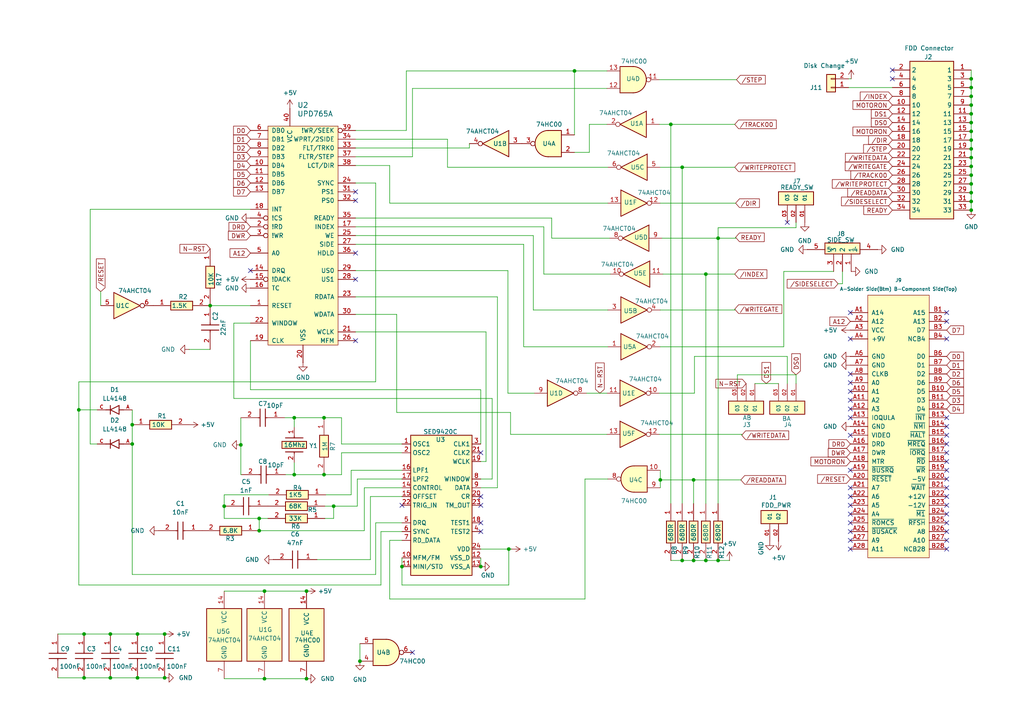
<source format=kicad_sch>
(kicad_sch (version 20250114) (generator "eeschema") (generator_version "9.0")
  (paper "A4")
  (title_block (title "ZX Spectrum +2A/B FDD Interface Horizontal") (date "2026-02-03") (rev "1.0") (company "liveboxandy") (comment 1 "Adapted from various schematics and information found on the web.") (comment 2 "Should work on any clone that has a ZX Spectrum +2A BUS interface and can use +3e ROMs."))
  (lib_symbols
    (symbol "74xx:74AHCT04"
      (property "Reference" "U" (at 0 1.27 0))
      (property "Value" "74AHCT04" (at 0 -1.27 0))
      (symbol "74AHCT04_1_0"
        (pin input line (at -7.62 0 0) (length 3.81) (name "~") (number "1"))
        (pin output inverted (at 7.62 0 180) (length 3.81) (name "~") (number "2"))
      )
      (symbol "74AHCT04_2_0"
        (pin input line (at -7.62 0 0) (length 3.81) (name "~") (number "3"))
        (pin output inverted (at 7.62 0 180) (length 3.81) (name "~") (number "4"))
      )
      (symbol "74AHCT04_3_0"
        (pin input line (at -7.62 0 0) (length 3.81) (name "~") (number "5"))
        (pin output inverted (at 7.62 0 180) (length 3.81) (name "~") (number "6"))
      )
      (symbol "74AHCT04_4_0"
        (pin input line (at -7.62 0 0) (length 3.81) (name "~") (number "9"))
        (pin output inverted (at 7.62 0 180) (length 3.81) (name "~") (number "8"))
      )
      (symbol "74AHCT04_5_0"
        (pin input line (at -7.62 0 0) (length 3.81) (name "~") (number "11"))
        (pin output inverted (at 7.62 0 180) (length 3.81) (name "~") (number "10"))
      )
      (symbol "74AHCT04_6_0"
        (pin input line (at -7.62 0 0) (length 3.81) (name "~") (number "13"))
        (pin output inverted (at 7.62 0 180) (length 3.81) (name "~") (number "12"))
      )
      (symbol "74AHCT04_7_0"
        (pin power_in line (at 0 12.7 270) (length 5.08) (name "VCC") (number "14"))
        (pin power_in line (at 0 -12.7 90) (length 5.08) (name "GND") (number "7"))
      )
    )
    (symbol "74xx:74HC00" (pin_names (offset 1.016))
      (property "Reference" "U" (at 0 1.27 0))
      (property "Value" "74HC00" (at 0 -1.27 0))
      (symbol "74HC00_1_1"
        (pin input line (at -7.62 2.54 0) (length 3.81) (name "~") (number "1"))
        (pin input line (at -7.62 -2.54 0) (length 3.81) (name "~") (number "2"))
        (pin output inverted (at 7.62 0 180) (length 3.81) (name "~") (number "3"))
      )
      (symbol "74HC00_1_2"
        (pin input inverted (at -7.62 2.54 0) (length 4.318) (name "~") (number "1"))
        (pin input inverted (at -7.62 -2.54 0) (length 4.318) (name "~") (number "2"))
        (pin output line (at 7.62 0 180) (length 3.81) (name "~") (number "3"))
      )
      (symbol "74HC00_2_1"
        (pin input line (at -7.62 2.54 0) (length 3.81) (name "~") (number "4"))
        (pin input line (at -7.62 -2.54 0) (length 3.81) (name "~") (number "5"))
        (pin output inverted (at 7.62 0 180) (length 3.81) (name "~") (number "6"))
      )
      (symbol "74HC00_2_2"
        (pin input inverted (at -7.62 2.54 0) (length 4.318) (name "~") (number "4"))
        (pin input inverted (at -7.62 -2.54 0) (length 4.318) (name "~") (number "5"))
        (pin output line (at 7.62 0 180) (length 3.81) (name "~") (number "6"))
      )
      (symbol "74HC00_3_1"
        (pin input line (at -7.62 2.54 0) (length 3.81) (name "~") (number "9"))
        (pin input line (at -7.62 -2.54 0) (length 3.81) (name "~") (number "10"))
        (pin output inverted (at 7.62 0 180) (length 3.81) (name "~") (number "8"))
      )
      (symbol "74HC00_3_2"
        (pin input inverted (at -7.62 2.54 0) (length 4.318) (name "~") (number "9"))
        (pin input inverted (at -7.62 -2.54 0) (length 4.318) (name "~") (number "10"))
        (pin output line (at 7.62 0 180) (length 3.81) (name "~") (number "8"))
      )
      (symbol "74HC00_4_1"
        (pin input line (at -7.62 2.54 0) (length 3.81) (name "~") (number "12"))
        (pin input line (at -7.62 -2.54 0) (length 3.81) (name "~") (number "13"))
        (pin output inverted (at 7.62 0 180) (length 3.81) (name "~") (number "11"))
      )
      (symbol "74HC00_4_2"
        (pin input inverted (at -7.62 2.54 0) (length 4.318) (name "~") (number "12"))
        (pin input inverted (at -7.62 -2.54 0) (length 4.318) (name "~") (number "13"))
        (pin output line (at 7.62 0 180) (length 3.81) (name "~") (number "11"))
      )
      (symbol "74HC00_5_0"
        (pin power_in line (at 0 12.7 270) (length 5.08) (name "VCC") (number "14"))
        (pin power_in line (at 0 -12.7 90) (length 5.08) (name "GND") (number "7"))
      )
    )
    (symbol "Connector_Generic:Conn_01x02" (pin_names (offset 1.016) (hide yes))
      (property "Reference" "J" (at 0 2.54 0))
      (property "Value" "Conn_01x02" (at 0 -5.08 0))
      (symbol "Conn_01x02_1_1"
        (pin passive line (at -5.08 0 0) (length 3.81) (name "Pin_1") (number "1"))
        (pin passive line (at -5.08 -2.54 0) (length 3.81) (name "Pin_2") (number "2"))
      )
    )
    (symbol "FDD_Interface:0805S8F1202P5E" (pin_names (hide yes))
      (property "Reference" "R" (at 5.842 3.048 0))
      (property "Value" "1.5K" (at 5.588 0.762 0))
      (symbol "0805S8F1202P5E_1_1"
        (pin passive line (at 0 0 0) (length 5.08) (name "1") (number "1"))
        (pin passive line (at 16.51 0 180) (length 5.08) (name "2") (number "2"))
      )
    )
    (symbol "FDD_Interface:9B-16.000MBBK-B" (pin_names (hide yes))
      (property "Reference" "Y" (at 8.89 6.35 0))
      (property "Value" "9B-16.000MBBK-B" (at 8.89 3.81 0))
      (symbol "9B-16.000MBBK-B_1_1"
        (pin passive line (at 0 0 0) (length 2.54) (name "CRYSTAL_2") (number "2"))
        (pin passive line (at 10.16 0 180) (length 2.54) (name "1") (number "1"))
      )
    )
    (symbol "FDD_Interface:C0805C104K4JACAUTO" (pin_names (hide yes))
      (property "Reference" "C" (at 8.89 6.35 0))
      (property "Value" "C0805C104K4JACAUTO" (at 8.89 3.81 0))
      (symbol "C0805C104K4JACAUTO_1_1"
        (pin passive line (at 0 0 0) (length 5.08) (name "1") (number "1"))
        (pin passive line (at 12.7 0 180) (length 5.08) (name "2") (number "2"))
      )
    )
    (symbol "FDD_Interface:Edge_Connector_Up_To_Spectrum_B_Top" (pin_names (offset 1.016))
      (property "Reference" "J1" (at -2.032 39.116 0))
      (property "Value" "Connector Up To Spectrum (0.1 Pitch Card Edge) B Top" (at -0.254 45.212 0))
      (symbol "Edge_Connector_Up_To_Spectrum_B_Top_1_1"
        (pin passive line (at -13.97 33.02 0) (length 5.08) (name "A14") (number "A1"))
        (pin passive line (at -13.97 30.48 0) (length 5.08) (name "A12") (number "A2"))
        (pin power_out line (at -13.97 27.94 0) (length 5.08) (name "VCC") (number "A3"))
        (pin passive line (at -13.97 25.4 0) (length 5.08) (name "+9V") (number "A4"))
        (pin power_out line (at -13.97 20.32 0) (length 5.08) (name "GND") (number "A6"))
        (pin passive line (at -13.97 17.78 0) (length 5.08) (name "GND") (number "A7"))
        (pin passive line (at -13.97 15.24 0) (length 5.08) (name "CLKB") (number "A8"))
        (pin passive line (at -13.97 12.7 0) (length 5.08) (name "A0") (number "A9"))
        (pin passive line (at -13.97 10.16 0) (length 5.08) (name "A1") (number "A10"))
        (pin passive line (at -13.97 7.62 0) (length 5.08) (name "A2") (number "A11"))
        (pin passive line (at -13.97 5.08 0) (length 5.08) (name "A3") (number "A12"))
        (pin passive line (at -13.97 2.54 0) (length 5.08) (name "IOQULA") (number "A13"))
        (pin passive line (at -13.97 0 0) (length 5.08) (name "GND") (number "A14"))
        (pin passive line (at -13.97 -2.54 0) (length 5.08) (name "VIDEO") (number "A15"))
        (pin passive line (at -13.97 -5.08 0) (length 5.08) (name "DRD") (number "A16"))
        (pin passive line (at -13.97 -7.62 0) (length 5.08) (name "DWR") (number "A17"))
        (pin passive line (at -13.97 -10.16 0) (length 5.08) (name "MTR") (number "A18"))
        (pin passive line (at -13.97 -12.7 0) (length 5.08) (name "~{BUSRQ}") (number "A19"))
        (pin passive line (at -13.97 -15.24 0) (length 5.08) (name "~{RESET}") (number "A20"))
        (pin passive line (at -13.97 -17.78 0) (length 5.08) (name "A7") (number "A21"))
        (pin passive line (at -13.97 -20.32 0) (length 5.08) (name "A6") (number "A22"))
        (pin passive line (at -13.97 -22.86 0) (length 5.08) (name "A5") (number "A23"))
        (pin passive line (at -13.97 -25.4 0) (length 5.08) (name "A4") (number "A24"))
        (pin passive line (at -13.97 -27.94 0) (length 5.08) (name "~{ROMCS}") (number "A25"))
        (pin passive line (at -13.97 -30.48 0) (length 5.08) (name "~{BUSACK}") (number "A26"))
        (pin passive line (at -13.97 -33.02 0) (length 5.08) (name "A9") (number "A27"))
        (pin passive line (at -13.97 -35.56 0) (length 5.08) (name "A11") (number "A28"))
        (pin passive line (at 13.97 33.02 180) (length 5.08) (name "A15") (number "B1"))
        (pin passive line (at 13.97 30.48 180) (length 5.08) (name "A13") (number "B2"))
        (pin passive line (at 13.97 27.94 180) (length 5.08) (name "D7") (number "B3"))
        (pin passive line (at 13.97 25.4 180) (length 5.08) (name "NCB4") (number "B4"))
        (pin passive line (at 13.97 20.32 180) (length 5.08) (name "D0") (number "B6"))
        (pin passive line (at 13.97 17.78 180) (length 5.08) (name "D1") (number "B7"))
        (pin passive line (at 13.97 15.24 180) (length 5.08) (name "D2") (number "B8"))
        (pin passive line (at 13.97 12.7 180) (length 5.08) (name "D6") (number "B9"))
        (pin passive line (at 13.97 10.16 180) (length 5.08) (name "D5") (number "B10"))
        (pin passive line (at 13.97 7.62 180) (length 5.08) (name "D3") (number "B11"))
        (pin passive line (at 13.97 5.08 180) (length 5.08) (name "D4") (number "B12"))
        (pin passive line (at 13.97 2.54 180) (length 5.08) (name "~{INT}") (number "B13"))
        (pin passive line (at 13.97 0 180) (length 5.08) (name "~{NMI}") (number "B14"))
        (pin passive line (at 13.97 -2.54 180) (length 5.08) (name "~{HALT}") (number "B15"))
        (pin passive line (at 13.97 -5.08 180) (length 5.08) (name "~{MREQ}") (number "B16"))
        (pin passive line (at 13.97 -7.62 180) (length 5.08) (name "~{IORQ}") (number "B17"))
        (pin passive line (at 13.97 -10.16 180) (length 5.08) (name "~{RD}") (number "B18"))
        (pin passive line (at 13.97 -12.7 180) (length 5.08) (name "~{WR}") (number "B19"))
        (pin passive line (at 13.97 -15.24 180) (length 5.08) (name "-5V") (number "B20"))
        (pin passive line (at 13.97 -17.78 180) (length 5.08) (name "~{WAIT}") (number "B21"))
        (pin passive line (at 13.97 -20.32 180) (length 5.08) (name "+12V") (number "B22"))
        (pin passive line (at 13.97 -22.86 180) (length 5.08) (name "-12V") (number "B23"))
        (pin passive line (at 13.97 -25.4 180) (length 5.08) (name "~{M1}") (number "B24"))
        (pin passive line (at 13.97 -27.94 180) (length 5.08) (name "~{RFSH}") (number "B25"))
        (pin passive line (at 13.97 -30.48 180) (length 5.08) (name "A8") (number "B26"))
        (pin passive line (at 13.97 -33.02 180) (length 5.08) (name "A10") (number "B27"))
        (pin passive line (at 13.97 -35.56 180) (length 5.08) (name "NCB28") (number "B28"))
      )
    )
    (symbol "FDD_Interface:LL4148" (pin_names (offset 1.016))
      (property "Reference" "D" (at -5.08 2.54 0))
      (property "Value" "LL4148" (at -5.08 -3.81 0))
      (symbol "LL4148_0_0"
        (pin passive line (at -5.08 0 0) (length 2.54) (name "~") (number "A"))
        (pin passive line (at 5.08 0 180) (length 2.54) (name "~") (number "C"))
      )
    )
    (symbol "FDD_Interface:OS102011MA1QN1"
      (property "Reference" "S" (at 0.254 11.684 0))
      (property "Value" "OS102011MA1QN1" (at -5.334 9.906 0))
      (symbol "OS102011MA1QN1_1_1"
        (pin passive line (at -7.62 6.35 0) (length 5.08) (name "4") (number "4"))
        (pin passive line (at 0 0 90) (length 5.08) (name "1") (number "1"))
        (pin passive line (at 2.54 0 90) (length 5.08) (name "2") (number "2"))
        (pin passive line (at 5.08 0 90) (length 5.08) (name "3") (number "3"))
        (pin passive line (at 12.7 6.35 180) (length 5.08) (name "5") (number "5"))
      )
    )
    (symbol "FDD_Interface:SED9420C"
      (property "Reference" "U?" (at -1.27 26.416 0))
      (property "Value" "SED9420C" (at -4.826 24.13 0))
      (symbol "SED9420C_1_1"
        (pin passive line (at -11.43 20.32 0) (length 2.54) (name "OSC1") (number "1"))
        (pin passive line (at -11.43 17.78 0) (length 2.54) (name "OSC2") (number "2"))
        (pin passive line (at -11.43 12.7 0) (length 2.54) (name "LPF1") (number "16"))
        (pin passive line (at -11.43 10.16 0) (length 2.54) (name "LPF2") (number "17"))
        (pin passive line (at -11.43 7.62 0) (length 2.54) (name "CONTROL") (number "14"))
        (pin passive line (at -11.43 5.08 0) (length 2.54) (name "OFFSET") (number "15"))
        (pin passive line (at -11.43 2.54 0) (length 2.54) (name "TRIG_IN") (number "22"))
        (pin passive line (at -11.43 -2.54 0) (length 2.54) (name "DRQ") (number "5"))
        (pin passive line (at -11.43 -5.08 0) (length 2.54) (name "SYNC") (number "6"))
        (pin passive line (at -11.43 -7.62 0) (length 2.54) (name "RD_DATA") (number "7"))
        (pin passive line (at -11.43 -12.7 0) (length 2.54) (name "MFM/FM") (number "10"))
        (pin passive line (at -11.43 -15.24 0) (length 2.54) (name "MINI/STD") (number "11"))
        (pin passive line (at 11.43 20.32 180) (length 2.54) (name "CLK1") (number "3"))
        (pin passive line (at 11.43 17.78 180) (length 2.54) (name "CLK2") (number "21"))
        (pin passive line (at 11.43 15.24 180) (length 2.54) (name "WCLK") (number "19"))
        (pin passive line (at 11.43 10.16 180) (length 2.54) (name "WINDOW") (number "8"))
        (pin passive line (at 11.43 7.62 180) (length 2.54) (name "DATA") (number "9"))
        (pin passive line (at 11.43 5.08 180) (length 2.54) (name "CR") (number "20"))
        (pin passive line (at 11.43 2.54 180) (length 2.54) (name "TM_OUT") (number "23"))
        (pin passive line (at 11.43 -2.54 180) (length 2.54) (name "TEST1") (number "18"))
        (pin passive line (at 11.43 -5.08 180) (length 2.54) (name "TEST2") (number "4"))
        (pin passive line (at 11.43 -10.16 180) (length 2.54) (name "VDD") (number "24"))
        (pin passive line (at 11.43 -12.7 180) (length 2.54) (name "VSS_D") (number "12"))
        (pin passive line (at 11.43 -15.24 180) (length 2.54) (name "VSS_A") (number "13"))
      )
    )
    (symbol "FDD_Interface:TSW-102-07-G-S" (pin_names (offset 1.016))
      (property "Reference" "J" (at -8.12 5.08 0))
      (property "Value" "TSW-102-07-G-S" (at -7.62 -5.08 0))
      (symbol "TSW-102-07-G-S_0_0"
        (pin passive line (at -12.7 2.54 0) (length 5.08) (name "01") (number "01"))
        (pin passive line (at -12.7 0 0) (length 5.08) (name "02") (number "02"))
      )
    )
    (symbol "FDD_Interface:TSW-103-07-G-S" (pin_names (offset 1.016))
      (property "Reference" "J" (at -8.12 5.08 0))
      (property "Value" "TSW-103-07-G-S" (at -7.62 -7.62 0))
      (symbol "TSW-103-07-G-S_0_0"
        (pin passive line (at -12.7 2.54 0) (length 5.08) (name "01") (number "01"))
        (pin passive line (at -12.7 0 0) (length 5.08) (name "02") (number "02"))
        (pin passive line (at -12.7 -2.54 0) (length 5.08) (name "03") (number "03"))
      )
    )
    (symbol "FDD_Interface:TSW-117-08-T-D-RA"
      (property "Reference" "J" (at 19.05 7.62 0))
      (property "Value" "TSW-117-08-T-D-RA" (at 19.05 5.08 0))
      (symbol "TSW-117-08-T-D-RA_1_1"
        (pin passive line (at 0 0 0) (length 5.08) (name "1") (number "1"))
        (pin passive line (at 0 -2.54 0) (length 5.08) (name "3") (number "3"))
        (pin passive line (at 0 -5.08 0) (length 5.08) (name "5") (number "5"))
        (pin passive line (at 0 -7.62 0) (length 5.08) (name "7") (number "7"))
        (pin passive line (at 0 -10.16 0) (length 5.08) (name "9") (number "9"))
        (pin passive line (at 0 -12.7 0) (length 5.08) (name "11") (number "11"))
        (pin passive line (at 0 -15.24 0) (length 5.08) (name "13") (number "13"))
        (pin passive line (at 0 -17.78 0) (length 5.08) (name "15") (number "15"))
        (pin passive line (at 0 -20.32 0) (length 5.08) (name "17") (number "17"))
        (pin passive line (at 0 -22.86 0) (length 5.08) (name "19") (number "19"))
        (pin passive line (at 0 -25.4 0) (length 5.08) (name "21") (number "21"))
        (pin passive line (at 0 -27.94 0) (length 5.08) (name "23") (number "23"))
        (pin passive line (at 0 -30.48 0) (length 5.08) (name "25") (number "25"))
        (pin passive line (at 0 -33.02 0) (length 5.08) (name "27") (number "27"))
        (pin passive line (at 0 -35.56 0) (length 5.08) (name "29") (number "29"))
        (pin passive line (at 0 -38.1 0) (length 5.08) (name "31") (number "31"))
        (pin passive line (at 0 -40.64 0) (length 5.08) (name "33") (number "33"))
        (pin passive line (at 22.86 0 180) (length 5.08) (name "2") (number "2"))
        (pin passive line (at 22.86 -2.54 180) (length 5.08) (name "4") (number "4"))
        (pin passive line (at 22.86 -5.08 180) (length 5.08) (name "6") (number "6"))
        (pin passive line (at 22.86 -7.62 180) (length 5.08) (name "8") (number "8"))
        (pin passive line (at 22.86 -10.16 180) (length 5.08) (name "10") (number "10"))
        (pin passive line (at 22.86 -12.7 180) (length 5.08) (name "12") (number "12"))
        (pin passive line (at 22.86 -15.24 180) (length 5.08) (name "14") (number "14"))
        (pin passive line (at 22.86 -17.78 180) (length 5.08) (name "16") (number "16"))
        (pin passive line (at 22.86 -20.32 180) (length 5.08) (name "18") (number "18"))
        (pin passive line (at 22.86 -22.86 180) (length 5.08) (name "20") (number "20"))
        (pin passive line (at 22.86 -25.4 180) (length 5.08) (name "22") (number "22"))
        (pin passive line (at 22.86 -27.94 180) (length 5.08) (name "24") (number "24"))
        (pin passive line (at 22.86 -30.48 180) (length 5.08) (name "26") (number "26"))
        (pin passive line (at 22.86 -33.02 180) (length 5.08) (name "28") (number "28"))
        (pin passive line (at 22.86 -35.56 180) (length 5.08) (name "30") (number "30"))
        (pin passive line (at 22.86 -38.1 180) (length 5.08) (name "32") (number "32"))
        (pin passive line (at 22.86 -40.64 180) (length 5.08) (name "34") (number "34"))
      )
    )
    (symbol "FDD_Interface:UPD765A" (pin_names (offset 1.016))
      (property "Reference" "IC" (at 2.794 34.29 0))
      (property "Value" "UPD765A" (at -1.27 32.004 0))
      (symbol "UPD765A_1_0"
        (pin passive line (at -15.24 29.21 0) (length 5.08) (name "DB0") (number "6"))
        (pin passive line (at -15.24 26.67 0) (length 5.08) (name "DB1") (number "7"))
        (pin passive line (at -15.24 24.13 0) (length 5.08) (name "DB2") (number "8"))
        (pin passive line (at -15.24 21.59 0) (length 5.08) (name "DB3") (number "9"))
        (pin passive line (at -15.24 19.05 0) (length 5.08) (name "DB4") (number "10"))
        (pin passive line (at -15.24 16.51 0) (length 5.08) (name "DB5") (number "11"))
        (pin passive line (at -15.24 13.97 0) (length 5.08) (name "DB6") (number "12"))
        (pin passive line (at -15.24 11.43 0) (length 5.08) (name "DB7") (number "13"))
        (pin passive line (at -15.24 6.35 0) (length 5.08) (name "INT") (number "18"))
        (pin passive inverted (at -15.24 3.81 0) (length 5.08) (name "!CS") (number "4"))
        (pin passive inverted (at -15.24 1.27 0) (length 5.08) (name "!RD") (number "2"))
        (pin passive inverted (at -15.24 -1.27 0) (length 5.08) (name "!WR") (number "3"))
        (pin passive line (at -15.24 -6.35 0) (length 5.08) (name "A0") (number "5"))
        (pin passive line (at -15.24 -11.43 0) (length 5.08) (name "DRQ") (number "14"))
        (pin passive inverted (at -15.24 -13.97 0) (length 5.08) (name "!DACK") (number "15"))
        (pin passive line (at -15.24 -16.51 0) (length 5.08) (name "TC") (number "16"))
        (pin passive line (at -15.24 -21.59 0) (length 5.08) (name "RESET") (number "1"))
        (pin passive line (at -15.24 -26.67 0) (length 5.08) (name "WINDOW") (number "22"))
        (pin passive line (at -15.24 -31.75 0) (length 5.08) (name "CLK") (number "19"))
        (pin passive line (at -3.81 35.56 270) (length 5.08) (name "VCC") (number "40"))
        (pin passive line (at 0 -38.1 90) (length 5.08) (name "VSS") (number "20"))
        (pin passive inverted (at 15.24 29.21 180) (length 5.08) (name "!WR/SEEK") (number "39"))
        (pin passive line (at 15.24 26.67 180) (length 5.08) (name "WPRT/2SIDE") (number "34"))
        (pin passive line (at 15.24 24.13 180) (length 5.08) (name "FLT/TRK0") (number "33"))
        (pin passive line (at 15.24 21.59 180) (length 5.08) (name "FLTR/STEP") (number "37"))
        (pin passive line (at 15.24 19.05 180) (length 5.08) (name "LCT/DIR") (number "38"))
        (pin passive line (at 15.24 13.97 180) (length 5.08) (name "SYNC") (number "24"))
        (pin passive line (at 15.24 11.43 180) (length 5.08) (name "PS1") (number "31"))
        (pin passive line (at 15.24 8.89 180) (length 5.08) (name "PS0") (number "32"))
        (pin passive line (at 15.24 3.81 180) (length 5.08) (name "READY") (number "35"))
        (pin passive line (at 15.24 1.27 180) (length 5.08) (name "INDEX") (number "17"))
        (pin passive line (at 15.24 -1.27 180) (length 5.08) (name "WE") (number "25"))
        (pin passive line (at 15.24 -3.81 180) (length 5.08) (name "SIDE") (number "27"))
        (pin passive line (at 15.24 -6.35 180) (length 5.08) (name "HDLD") (number "36"))
        (pin passive line (at 15.24 -11.43 180) (length 5.08) (name "US0") (number "29"))
        (pin passive line (at 15.24 -13.97 180) (length 5.08) (name "US1") (number "28"))
        (pin passive line (at 15.24 -19.05 180) (length 5.08) (name "RDATA") (number "23"))
        (pin passive line (at 15.24 -24.13 180) (length 5.08) (name "WDATA") (number "30"))
        (pin passive line (at 15.24 -29.21 180) (length 5.08) (name "WCLK") (number "21"))
        (pin passive line (at 15.24 -31.75 180) (length 5.08) (name "MFM") (number "26"))
      )
    )
    (symbol "power:+5V" (power) (pin_numbers (hide yes)) (pin_names (offset 0) (hide yes))
      (property "Value" "+5V" (at 0 3.556 0))
      (symbol "+5V_1_1"
        (pin power_in line (at 0 0 90) (length 0) (name "~") (number "1"))
      )
    )
    (symbol "power:GND" (power) (pin_numbers (hide yes)) (pin_names (offset 0) (hide yes))
      (property "Value" "GND" (at 0 -3.81 0))
      (symbol "GND_1_1"
        (pin power_in line (at 0 0 270) (length 0) (name "~") (number "1"))
      )
    )
  )
  (junction (at 281.686 25.4))
  (junction (at 281.686 27.94))
  (junction (at 93.98 121.158))
  (junction (at 39.878 196.596))
  (junction (at 147.574 159.258))
  (junction (at 194.564 36.068))
  (junction (at 69.85 129.032))
  (junction (at 281.686 45.72))
  (junction (at 139.446 164.338))
  (junction (at 281.686 38.1))
  (junction (at 204.724 162.56))
  (junction (at 38.354 123.19))
  (junction (at 204.724 79.502))
  (junction (at 104.394 191.77))
  (junction (at 281.686 60.96))
  (junction (at 281.686 22.86))
  (junction (at 201.168 162.56))
  (junction (at 281.686 33.02))
  (junction (at 281.686 35.56))
  (junction (at 281.686 50.8))
  (junction (at 60.96 88.646))
  (junction (at 75.184 153.924))
  (junction (at 197.866 48.514))
  (junction (at 208.28 162.56))
  (junction (at 38.354 128.778))
  (junction (at 32.004 183.896))
  (junction (at 281.686 43.18))
  (junction (at 191.516 139.192))
  (junction (at 85.344 121.158))
  (junction (at 39.878 183.896))
  (junction (at 281.686 55.88))
  (junction (at 75.184 150.368))
  (junction (at 166.624 20.574))
  (junction (at 281.686 48.26))
  (junction (at 208.28 69.088))
  (junction (at 281.686 53.34))
  (junction (at 76.708 196.85))
  (junction (at 32.004 196.596))
  (junction (at 88.9 196.85))
  (junction (at 47.752 183.896))
  (junction (at 116.586 164.338))
  (junction (at 281.686 40.64))
  (junction (at 85.344 137.668))
  (junction (at 281.686 58.42))
  (junction (at 93.98 137.668))
  (junction (at 24.384 196.596))
  (junction (at 201.168 139.192))
  (junction (at 47.752 196.596))
  (junction (at 88.9 171.45))
  (junction (at 24.384 183.896))
  (junction (at 76.708 171.45))
  (junction (at 96.774 146.812))
  (junction (at 281.686 30.48))
  (junction (at 22.86 118.872))
  (junction (at 197.866 162.56))
  (junction (at 65.024 146.812))
  (no_connect (at 274.574 126.238))
  (no_connect (at 246.634 90.678))
  (no_connect (at 274.574 90.678))
  (no_connect (at 116.586 146.558))
  (no_connect (at 246.634 110.998))
  (no_connect (at 274.574 151.638))
  (no_connect (at 246.634 146.558))
  (no_connect (at 246.634 118.618))
  (no_connect (at 274.574 123.698))
  (no_connect (at 246.634 141.478))
  (no_connect (at 246.634 144.018))
  (no_connect (at 246.634 154.178))
  (no_connect (at 246.634 116.078))
  (no_connect (at 274.574 159.258))
  (no_connect (at 246.634 156.718))
  (no_connect (at 246.634 98.298))
  (no_connect (at 274.574 93.218))
  (no_connect (at 274.574 156.718))
  (no_connect (at 258.826 22.86))
  (no_connect (at 103.124 98.806))
  (no_connect (at 246.634 121.158))
  (no_connect (at 246.634 136.398))
  (no_connect (at 246.634 126.238))
  (no_connect (at 274.574 138.938))
  (no_connect (at 139.446 131.318))
  (no_connect (at 258.826 20.32))
  (no_connect (at 139.446 146.558))
  (no_connect (at 274.574 144.018))
  (no_connect (at 274.574 133.858))
  (no_connect (at 274.574 141.478))
  (no_connect (at 139.446 151.638))
  (no_connect (at 274.574 136.398))
  (no_connect (at 119.634 189.23))
  (no_connect (at 139.446 154.178))
  (no_connect (at 274.574 154.178))
  (no_connect (at 274.574 149.098))
  (no_connect (at 246.634 151.638))
  (no_connect (at 274.574 98.298))
  (no_connect (at 246.634 159.258))
  (no_connect (at 274.574 128.778))
  (no_connect (at 274.574 121.158))
  (no_connect (at 246.634 113.538))
  (no_connect (at 246.634 149.098))
  (no_connect (at 103.124 73.406))
  (no_connect (at 103.124 81.026))
  (no_connect (at 274.574 131.318))
  (no_connect (at 246.634 108.458))
  (no_connect (at 228.346 64.516))
  (no_connect (at 274.574 146.558))
  (no_connect (at 72.644 78.486))
  (no_connect (at 139.446 144.018))
  (no_connect (at 103.124 58.166))
  (no_connect (at 103.124 55.626))
  (wire (pts (xy 281.686 55.88) (xy 281.686 58.42)))
  (wire (pts (xy 160.02 63.246) (xy 160.02 69.088)))
  (wire (pts (xy 103.124 68.326) (xy 154.686 68.326)))
  (wire (pts (xy 76.708 196.85) (xy 88.9 196.85)))
  (wire (pts (xy 201.168 139.192) (xy 191.516 139.192)))
  (wire (pts (xy 101.854 136.398) (xy 101.854 143.51)))
  (wire (pts (xy 144.272 86.106) (xy 144.272 141.478)))
  (wire (pts (xy 116.586 141.478) (xy 105.664 141.478)))
  (wire (pts (xy 99.06 128.778) (xy 116.586 128.778)))
  (wire (pts (xy 85.344 137.668) (xy 93.98 137.668)))
  (wire (pts (xy 119.634 45.466) (xy 103.124 45.466)))
  (wire (pts (xy 144.272 141.478) (xy 139.446 141.478)))
  (wire (pts (xy 191.262 36.068) (xy 194.564 36.068)))
  (wire (pts (xy 154.686 89.916) (xy 176.276 89.916)))
  (wire (pts (xy 116.586 156.718) (xy 113.03 156.718)))
  (wire (pts (xy 228.346 103.378) (xy 228.346 111.252)))
  (wire (pts (xy 75.184 150.368) (xy 65.024 150.368)))
  (wire (pts (xy 154.686 68.326) (xy 154.686 89.916)))
  (wire (pts (xy 166.624 20.574) (xy 166.624 39.116)))
  (wire (pts (xy 191.262 125.984) (xy 215.138 125.984)))
  (wire (pts (xy 129.794 40.386) (xy 129.794 48.514)))
  (wire (pts (xy 101.854 143.51) (xy 94.488 143.51)))
  (wire (pts (xy 197.866 48.514) (xy 197.866 146.05)))
  (wire (pts (xy 26.162 60.706) (xy 26.162 128.778)))
  (wire (pts (xy 103.124 53.086) (xy 108.966 53.086)))
  (wire (pts (xy 201.168 162.56) (xy 204.724 162.56)))
  (wire (pts (xy 204.724 79.502) (xy 213.106 79.502)))
  (wire (pts (xy 166.624 20.574) (xy 117.856 20.574)))
  (wire (pts (xy 38.354 166.624) (xy 38.354 128.778)))
  (wire (pts (xy 176.022 25.654) (xy 119.634 25.654)))
  (wire (pts (xy 116.586 169.672) (xy 116.586 164.338)))
  (wire (pts (xy 72.644 60.706) (xy 26.162 60.706)))
  (wire (pts (xy 197.866 48.514) (xy 213.106 48.514)))
  (wire (pts (xy 281.686 53.34) (xy 281.686 55.88)))
  (wire (pts (xy 119.634 25.654) (xy 119.634 45.466)))
  (wire (pts (xy 281.686 48.26) (xy 281.686 50.8)))
  (wire (pts (xy 116.586 136.398) (xy 101.854 136.398)))
  (wire (pts (xy 281.686 25.4) (xy 281.686 27.94)))
  (wire (pts (xy 72.644 113.03) (xy 139.446 113.03)))
  (wire (pts (xy 105.664 153.924) (xy 75.184 153.924)))
  (wire (pts (xy 214.884 139.192) (xy 201.168 139.192)))
  (wire (pts (xy 67.818 115.57) (xy 142.748 115.57)))
  (wire (pts (xy 140.97 133.858) (xy 139.446 133.858)))
  (wire (pts (xy 157.734 65.786) (xy 157.734 79.502)))
  (wire (pts (xy 115.062 91.186) (xy 115.062 119.634)))
  (wire (pts (xy 24.384 196.596) (xy 32.004 196.596)))
  (wire (pts (xy 69.85 121.158) (xy 69.85 129.032)))
  (wire (pts (xy 103.124 37.846) (xy 117.856 37.846)))
  (wire (pts (xy 194.564 162.56) (xy 197.866 162.56)))
  (wire (pts (xy 22.86 118.872) (xy 22.86 169.672)))
  (wire (pts (xy 151.892 100.584) (xy 151.892 70.866)))
  (wire (pts (xy 191.262 23.114) (xy 213.614 23.114)))
  (wire (pts (xy 113.03 48.006) (xy 103.124 48.006)))
  (wire (pts (xy 204.724 146.05) (xy 204.724 79.502)))
  (wire (pts (xy 227.33 100.584) (xy 227.33 78.74)))
  (wire (pts (xy 108.966 53.086) (xy 108.966 110.744)))
  (wire (pts (xy 139.446 161.798) (xy 139.446 164.338)))
  (wire (pts (xy 116.586 161.798) (xy 116.586 164.338)))
  (wire (pts (xy 201.422 114.046) (xy 201.422 103.378)))
  (wire (pts (xy 244.348 78.74) (xy 244.348 82.296)))
  (wire (pts (xy 76.708 171.45) (xy 88.9 171.45)))
  (wire (pts (xy 244.348 82.296) (xy 243.078 82.296)))
  (wire (pts (xy 93.98 137.668) (xy 99.06 137.668)))
  (wire (pts (xy 147.32 78.486) (xy 147.32 114.046)))
  (wire (pts (xy 227.33 78.74) (xy 241.808 78.74)))
  (wire (pts (xy 104.394 186.69) (xy 104.394 191.77)))
  (wire (pts (xy 103.124 65.786) (xy 157.734 65.786)))
  (wire (pts (xy 204.724 162.56) (xy 208.28 162.56)))
  (wire (pts (xy 194.564 36.068) (xy 194.564 146.05)))
  (wire (pts (xy 110.49 154.178) (xy 110.49 169.672)))
  (wire (pts (xy 72.644 88.646) (xy 60.96 88.646)))
  (wire (pts (xy 191.262 114.046) (xy 201.422 114.046)))
  (wire (pts (xy 103.124 78.486) (xy 147.32 78.486)))
  (wire (pts (xy 96.774 150.368) (xy 96.774 146.812)))
  (wire (pts (xy 93.98 121.158) (xy 99.06 121.158)))
  (wire (pts (xy 213.868 108.712) (xy 230.886 108.712)))
  (wire (pts (xy 192.278 79.502) (xy 204.724 79.502)))
  (wire (pts (xy 176.276 100.584) (xy 151.892 100.584)))
  (wire (pts (xy 213.106 89.916) (xy 213.106 89.662)))
  (wire (pts (xy 113.03 58.928) (xy 113.03 48.006)))
  (wire (pts (xy 105.664 141.478) (xy 105.664 153.924)))
  (wire (pts (xy 16.764 183.896) (xy 24.384 183.896)))
  (wire (pts (xy 281.686 50.8) (xy 281.686 53.34)))
  (wire (pts (xy 24.384 183.896) (xy 32.004 183.896)))
  (wire (pts (xy 113.03 156.718) (xy 113.03 173.736)))
  (wire (pts (xy 115.062 119.634) (xy 148.082 119.634)))
  (wire (pts (xy 38.354 128.778) (xy 38.354 123.19)))
  (wire (pts (xy 281.686 38.1) (xy 281.686 40.64)))
  (wire (pts (xy 67.818 93.726) (xy 67.818 115.57)))
  (wire (pts (xy 107.442 144.018) (xy 107.442 162.306)))
  (wire (pts (xy 215.138 125.984) (xy 215.138 126.238)))
  (wire (pts (xy 147.32 114.046) (xy 154.94 114.046)))
  (wire (pts (xy 176.022 20.574) (xy 166.624 20.574)))
  (wire (pts (xy 246.126 22.86) (xy 246.888 22.86)))
  (wire (pts (xy 99.06 137.668) (xy 99.06 131.318)))
  (wire (pts (xy 69.85 129.032) (xy 69.85 137.668)))
  (wire (pts (xy 22.86 118.872) (xy 28.194 118.872)))
  (wire (pts (xy 197.866 162.56) (xy 201.168 162.56)))
  (wire (pts (xy 230.886 64.516) (xy 230.886 66.04)))
  (wire (pts (xy 72.644 93.726) (xy 67.818 93.726)))
  (wire (pts (xy 148.082 119.634) (xy 148.082 125.984)))
  (wire (pts (xy 176.276 58.928) (xy 113.03 58.928)))
  (wire (pts (xy 230.886 108.712) (xy 230.886 111.252)))
  (wire (pts (xy 103.124 96.266) (xy 140.97 96.266)))
  (wire (pts (xy 65.024 171.45) (xy 76.708 171.45)))
  (wire (pts (xy 129.794 48.514) (xy 176.276 48.514)))
  (wire (pts (xy 16.764 196.596) (xy 24.384 196.596)))
  (wire (pts (xy 213.868 111.252) (xy 213.868 108.712)))
  (wire (pts (xy 110.49 169.672) (xy 22.86 169.672)))
  (wire (pts (xy 75.184 150.368) (xy 75.184 153.924)))
  (wire (pts (xy 116.586 144.018) (xy 107.442 144.018)))
  (wire (pts (xy 281.686 27.94) (xy 281.686 30.48)))
  (wire (pts (xy 99.06 121.158) (xy 99.06 128.778)))
  (wire (pts (xy 281.686 33.02) (xy 281.686 35.56)))
  (wire (pts (xy 72.644 98.806) (xy 72.644 113.03)))
  (wire (pts (xy 39.878 183.896) (xy 47.752 183.896)))
  (wire (pts (xy 85.344 121.158) (xy 85.344 123.952)))
  (wire (pts (xy 29.21 84.582) (xy 29.21 88.646)))
  (wire (pts (xy 218.948 111.252) (xy 225.806 111.252)))
  (wire (pts (xy 157.734 79.502) (xy 177.038 79.502)))
  (wire (pts (xy 136.144 41.656) (xy 136.144 42.926)))
  (wire (pts (xy 191.516 58.928) (xy 213.36 58.928)))
  (wire (pts (xy 103.124 86.106) (xy 144.272 86.106)))
  (wire (pts (xy 191.516 48.514) (xy 197.866 48.514)))
  (wire (pts (xy 208.28 69.088) (xy 208.28 146.05)))
  (wire (pts (xy 281.686 22.86) (xy 281.686 25.4)))
  (wire (pts (xy 94.234 150.368) (xy 96.774 150.368)))
  (wire (pts (xy 201.422 103.378) (xy 228.346 103.378)))
  (wire (pts (xy 147.574 159.258) (xy 147.574 169.672)))
  (wire (pts (xy 140.97 96.266) (xy 140.97 133.858)))
  (wire (pts (xy 191.516 136.398) (xy 191.516 139.192)))
  (wire (pts (xy 32.004 183.896) (xy 39.878 183.896)))
  (wire (pts (xy 281.686 43.18) (xy 281.686 45.72)))
  (wire (pts (xy 77.978 143.51) (xy 65.024 143.51)))
  (wire (pts (xy 148.082 125.984) (xy 176.022 125.984)))
  (wire (pts (xy 170.18 114.046) (xy 176.022 114.046)))
  (wire (pts (xy 194.564 36.068) (xy 213.106 36.068)))
  (wire (pts (xy 108.966 166.624) (xy 38.354 166.624)))
  (wire (pts (xy 176.022 36.068) (xy 170.942 36.068)))
  (wire (pts (xy 213.36 69.088) (xy 213.36 68.834)))
  (wire (pts (xy 108.966 151.638) (xy 108.966 166.624)))
  (wire (pts (xy 169.672 173.736) (xy 169.672 138.938)))
  (wire (pts (xy 170.942 36.068) (xy 170.942 44.196)))
  (wire (pts (xy 147.574 159.258) (xy 139.446 159.258)))
  (wire (pts (xy 281.686 40.64) (xy 281.686 43.18)))
  (wire (pts (xy 103.124 40.386) (xy 129.794 40.386)))
  (wire (pts (xy 69.85 137.668) (xy 70.104 137.668)))
  (wire (pts (xy 170.942 44.196) (xy 166.624 44.196)))
  (wire (pts (xy 246.126 25.4) (xy 258.826 25.4)))
  (wire (pts (xy 142.748 138.938) (xy 139.446 138.938)))
  (wire (pts (xy 139.446 113.03) (xy 139.446 128.778)))
  (wire (pts (xy 136.144 42.926) (xy 103.124 42.926)))
  (wire (pts (xy 169.672 138.938) (xy 176.276 138.938)))
  (wire (pts (xy 39.878 196.596) (xy 47.752 196.596)))
  (wire (pts (xy 281.686 20.32) (xy 281.686 22.86)))
  (wire (pts (xy 117.856 20.574) (xy 117.856 37.846)))
  (wire (pts (xy 103.632 138.938) (xy 103.632 146.812)))
  (wire (pts (xy 192.024 69.088) (xy 208.28 69.088)))
  (wire (pts (xy 208.28 162.56) (xy 211.582 162.56)))
  (wire (pts (xy 191.516 100.584) (xy 227.33 100.584)))
  (wire (pts (xy 54.864 101.346) (xy 60.96 101.346)))
  (wire (pts (xy 148.336 159.258) (xy 147.574 159.258)))
  (wire (pts (xy 103.632 146.812) (xy 96.774 146.812)))
  (wire (pts (xy 116.586 154.178) (xy 110.49 154.178)))
  (wire (pts (xy 82.55 121.158) (xy 85.344 121.158)))
  (wire (pts (xy 281.686 45.72) (xy 281.686 48.26)))
  (wire (pts (xy 151.892 70.866) (xy 103.124 70.866)))
  (wire (pts (xy 38.354 118.872) (xy 38.354 123.19)))
  (wire (pts (xy 107.442 162.306) (xy 91.948 162.306)))
  (wire (pts (xy 82.804 137.668) (xy 85.344 137.668)))
  (wire (pts (xy 85.344 121.158) (xy 93.98 121.158)))
  (wire (pts (xy 147.574 169.672) (xy 116.586 169.672)))
  (wire (pts (xy 65.024 196.85) (xy 76.708 196.85)))
  (wire (pts (xy 108.966 110.744) (xy 22.86 110.744)))
  (wire (pts (xy 281.686 30.48) (xy 281.686 33.02)))
  (wire (pts (xy 281.686 58.42) (xy 281.686 60.96)))
  (wire (pts (xy 116.586 151.638) (xy 108.966 151.638)))
  (wire (pts (xy 201.168 139.192) (xy 201.168 146.05)))
  (wire (pts (xy 26.162 128.778) (xy 28.194 128.778)))
  (wire (pts (xy 116.586 138.938) (xy 103.632 138.938)))
  (wire (pts (xy 22.86 110.744) (xy 22.86 118.872)))
  (wire (pts (xy 142.748 115.57) (xy 142.748 138.938)))
  (wire (pts (xy 160.02 69.088) (xy 176.784 69.088)))
  (wire (pts (xy 77.724 150.368) (xy 75.184 150.368)))
  (wire (pts (xy 113.03 173.736) (xy 169.672 173.736)))
  (wire (pts (xy 99.06 131.318) (xy 116.586 131.318)))
  (wire (pts (xy 85.344 134.112) (xy 85.344 137.668)))
  (wire (pts (xy 208.28 69.088) (xy 213.36 69.088)))
  (wire (pts (xy 96.774 146.812) (xy 94.234 146.812)))
  (wire (pts (xy 65.024 150.368) (xy 65.024 146.812)))
  (wire (pts (xy 103.124 91.186) (xy 115.062 91.186)))
  (wire (pts (xy 281.686 35.56) (xy 281.686 38.1)))
  (wire (pts (xy 191.516 89.916) (xy 213.106 89.916)))
  (wire (pts (xy 103.124 63.246) (xy 160.02 63.246)))
  (wire (pts (xy 208.28 66.04) (xy 208.28 69.088)))
  (wire (pts (xy 191.516 139.192) (xy 191.516 141.478)))
  (wire (pts (xy 65.024 143.51) (xy 65.024 146.812)))
  (wire (pts (xy 230.886 66.04) (xy 208.28 66.04)))
  (wire (pts (xy 32.004 196.596) (xy 39.878 196.596)))
  (global_label "D4" (shape input) (at 274.574 118.618 0) (property "Intersheetrefs" "${INTERSHEET_REFS}" (effects (hide yes))))
  (global_label "D2" (shape input) (at 72.644 42.926 180) (property "Intersheetrefs" "${INTERSHEET_REFS}" (effects (hide yes))))
  (global_label "MOTORON" (shape input) (at 246.634 133.858 180) (property "Intersheetrefs" "${INTERSHEET_REFS}" (effects (hide yes))))
  (global_label "{slash}STEP" (shape input) (at 258.826 43.18 180) (property "Intersheetrefs" "${INTERSHEET_REFS}" (effects (hide yes))))
  (global_label "DS1" (shape input) (at 258.826 33.02 180) (property "Intersheetrefs" "${INTERSHEET_REFS}" (effects (hide yes))))
  (global_label "DS0" (shape input) (at 230.886 108.712 90) (property "Intersheetrefs" "${INTERSHEET_REFS}" (effects (hide yes))))
  (global_label "D1" (shape input) (at 274.574 105.918 0) (property "Intersheetrefs" "${INTERSHEET_REFS}" (effects (hide yes))))
  (global_label "A12" (shape input) (at 246.634 93.218 180) (property "Intersheetrefs" "${INTERSHEET_REFS}" (effects (hide yes))))
  (global_label "READY" (shape input) (at 258.826 60.96 180) (property "Intersheetrefs" "${INTERSHEET_REFS}" (effects (hide yes))))
  (global_label "N-RST" (shape input) (at 173.99 114.046 90) (property "Intersheetrefs" "${INTERSHEET_REFS}" (effects (hide yes))))
  (global_label "{slash}WRITEGATE" (shape input) (at 213.106 89.662 0) (property "Intersheetrefs" "${INTERSHEET_REFS}" (effects (hide yes))))
  (global_label "D0" (shape input) (at 72.644 37.846 180) (property "Intersheetrefs" "${INTERSHEET_REFS}" (effects (hide yes))))
  (global_label "{slash}RESET" (shape input) (at 246.634 138.938 180) (property "Intersheetrefs" "${INTERSHEET_REFS}" (effects (hide yes))))
  (global_label "{slash}WRITEDATA" (shape input) (at 258.826 45.72 180) (property "Intersheetrefs" "${INTERSHEET_REFS}" (effects (hide yes))))
  (global_label "D5" (shape input) (at 72.644 50.546 180) (property "Intersheetrefs" "${INTERSHEET_REFS}" (effects (hide yes))))
  (global_label "DS0" (shape input) (at 258.826 35.56 180) (property "Intersheetrefs" "${INTERSHEET_REFS}" (effects (hide yes))))
  (global_label "DRD" (shape input) (at 246.634 128.778 180) (property "Intersheetrefs" "${INTERSHEET_REFS}" (effects (hide yes))))
  (global_label "D7" (shape input) (at 274.574 95.758 0) (property "Intersheetrefs" "${INTERSHEET_REFS}" (effects (hide yes))))
  (global_label "DRD" (shape input) (at 72.644 65.786 180) (property "Intersheetrefs" "${INTERSHEET_REFS}" (effects (hide yes))))
  (global_label "D1" (shape input) (at 72.644 40.386 180) (property "Intersheetrefs" "${INTERSHEET_REFS}" (effects (hide yes))))
  (global_label "{slash}TRACK00" (shape input) (at 213.106 36.068 0) (property "Intersheetrefs" "${INTERSHEET_REFS}" (effects (hide yes))))
  (global_label "{slash}WRITEPROTECT" (shape input) (at 258.826 53.34 180) (property "Intersheetrefs" "${INTERSHEET_REFS}" (effects (hide yes))))
  (global_label "D4" (shape input) (at 72.644 48.006 180) (property "Intersheetrefs" "${INTERSHEET_REFS}" (effects (hide yes))))
  (global_label "D0" (shape input) (at 274.574 103.378 0) (property "Intersheetrefs" "${INTERSHEET_REFS}" (effects (hide yes))))
  (global_label "DS1" (shape input) (at 222.25 111.252 90) (property "Intersheetrefs" "${INTERSHEET_REFS}" (effects (hide yes))))
  (global_label "{slash}RESET" (shape input) (at 29.21 84.582 90) (property "Intersheetrefs" "${INTERSHEET_REFS}" (effects (hide yes))))
  (global_label "{slash}WRITEDATA" (shape input) (at 215.138 126.238 0) (property "Intersheetrefs" "${INTERSHEET_REFS}" (effects (hide yes))))
  (global_label "D2" (shape input) (at 274.574 108.458 0) (property "Intersheetrefs" "${INTERSHEET_REFS}" (effects (hide yes))))
  (global_label "{slash}INDEX" (shape input) (at 258.826 27.94 180) (property "Intersheetrefs" "${INTERSHEET_REFS}" (effects (hide yes))))
  (global_label "N-RST" (shape input) (at 216.408 111.252 180) (property "Intersheetrefs" "${INTERSHEET_REFS}" (effects (hide yes))))
  (global_label "N-RST" (shape input) (at 60.96 72.136 180) (property "Intersheetrefs" "${INTERSHEET_REFS}" (effects (hide yes))))
  (global_label "{slash}SIDESELECT" (shape input) (at 243.078 82.296 180) (property "Intersheetrefs" "${INTERSHEET_REFS}" (effects (hide yes))))
  (global_label "D6" (shape input) (at 72.644 53.086 180) (property "Intersheetrefs" "${INTERSHEET_REFS}" (effects (hide yes))))
  (global_label "{slash}TRACK00" (shape input) (at 258.826 50.8 180) (property "Intersheetrefs" "${INTERSHEET_REFS}" (effects (hide yes))))
  (global_label "{slash}INDEX" (shape input) (at 213.106 79.502 0) (property "Intersheetrefs" "${INTERSHEET_REFS}" (effects (hide yes))))
  (global_label "D5" (shape input) (at 274.574 113.538 0) (property "Intersheetrefs" "${INTERSHEET_REFS}" (effects (hide yes))))
  (global_label "MOTORON" (shape input) (at 258.826 38.1 180) (property "Intersheetrefs" "${INTERSHEET_REFS}" (effects (hide yes))))
  (global_label "{slash}READDATA" (shape input) (at 258.826 55.88 180) (property "Intersheetrefs" "${INTERSHEET_REFS}" (effects (hide yes))))
  (global_label "{slash}READDATA" (shape input) (at 214.884 139.192 0) (property "Intersheetrefs" "${INTERSHEET_REFS}" (effects (hide yes))))
  (global_label "D3" (shape input) (at 274.574 116.078 0) (property "Intersheetrefs" "${INTERSHEET_REFS}" (effects (hide yes))))
  (global_label "{slash}WRITEGATE" (shape input) (at 258.826 48.26 180) (property "Intersheetrefs" "${INTERSHEET_REFS}" (effects (hide yes))))
  (global_label "DWR" (shape input) (at 72.644 68.326 180) (property "Intersheetrefs" "${INTERSHEET_REFS}" (effects (hide yes))))
  (global_label "D6" (shape input) (at 274.574 110.998 0) (property "Intersheetrefs" "${INTERSHEET_REFS}" (effects (hide yes))))
  (global_label "DWR" (shape input) (at 246.634 131.318 180) (property "Intersheetrefs" "${INTERSHEET_REFS}" (effects (hide yes))))
  (global_label "{slash}DIR" (shape input) (at 213.36 58.928 0) (property "Intersheetrefs" "${INTERSHEET_REFS}" (effects (hide yes))))
  (global_label "D3" (shape input) (at 72.644 45.466 180) (property "Intersheetrefs" "${INTERSHEET_REFS}" (effects (hide yes))))
  (global_label "{slash}DIR" (shape input) (at 258.826 40.64 180) (property "Intersheetrefs" "${INTERSHEET_REFS}" (effects (hide yes))))
  (global_label "A12" (shape input) (at 72.644 73.406 180) (property "Intersheetrefs" "${INTERSHEET_REFS}" (effects (hide yes))))
  (global_label "{slash}SIDESELECT" (shape input) (at 258.826 58.42 180) (property "Intersheetrefs" "${INTERSHEET_REFS}" (effects (hide yes))))
  (global_label "{slash}WRITEPROTECT" (shape input) (at 213.106 48.514 0) (property "Intersheetrefs" "${INTERSHEET_REFS}" (effects (hide yes))))
  (global_label "READY" (shape input) (at 213.36 68.834 0) (property "Intersheetrefs" "${INTERSHEET_REFS}" (effects (hide yes))))
  (global_label "D7" (shape input) (at 72.644 55.626 180) (property "Intersheetrefs" "${INTERSHEET_REFS}" (effects (hide yes))))
  (global_label "MOTORON" (shape input) (at 258.826 30.48 180) (property "Intersheetrefs" "${INTERSHEET_REFS}" (effects (hide yes))))
  (global_label "{slash}STEP" (shape input) (at 213.614 23.114 0) (property "Intersheetrefs" "${INTERSHEET_REFS}" (effects (hide yes))))
  (symbol (lib_id "74xx:74AHCT04") (at 162.56 114.046 0) (unit 4)
    (property "Reference" "U1" (at 161.29 114.046 0))
    (property "Value" "74AHCT04" (at 165.862 110.49 0))
    (property "Footprint" "Mods:SN74HCT04DR" (effects (hide yes)))
    (property "Datasheet" "https://assets.nexperia.com/documents/data-sheet/74AHC_AHCT04.pdf" (effects (hide yes)))
    (property "Description" "Hex Inverter" (effects (hide yes)))
  )
  (symbol (lib_id "FDD_Interface:C0805C104K4JACAUTO") (at 47.752 183.896 90) (mirror x) (unit 1)
    (property "Reference" "C11" (at 48.514 188.214 90) (effects (justify right)))
    (property "Value" "100nF" (at 48.26 193.294 90) (effects (justify right)))
    (property "Footprint" "Mods:Capacitor 0805" (effects (hide yes)))
    (property "Datasheet" "https://search.kemet.com/component-documentation/download/specsheet/C0805C104K4JACAUTO" (effects (hide yes)))
    (property "Description" "Multilayer Ceramic Capacitors MLCC - SMD/SMT Cap Cer 0805 Various Values" (effects (hide yes)))
    (property "Height" "1.4" (effects (hide yes)))
    (property "Mouser Part Number" "80-C0805C104K4JAUTO" (effects (hide yes)))
    (property "Mouser Price/Stock" "https://www.mouser.co.uk/ProductDetail/KEMET/C0805C104K4JACAUTO?qs=t7xnP681wgUZDwdF060xTA%3D%3D" (effects (hide yes)))
    (property "Manufacturer_Name" "KEMET" (effects (hide yes)))
    (property "Manufacturer_Part_Number" "C0805C104K4JACAUTO" (effects (hide yes)))
  )
  (symbol (lib_id "FDD_Interface:0805S8F1202P5E") (at 60.96 72.136 270) (unit 1)
    (property "Reference" "R17" (at 63.5 79.1209 0) (effects (justify left)))
    (property "Value" "10K" (at 61.214 78.994 0) (effects (justify left)))
    (property "Footprint" "Mods:Resistor 0805" (effects (hide yes)))
    (property "Description" "Resistor 0805 Various Values" (effects (hide yes)))
    (property "Height" "0.65" (effects (hide yes)))
    (property "Manufacturer_Name" "ROYALOHM" (effects (hide yes)))
    (property "Manufacturer_Part_Number" "0805S8F1202P5E" (effects (hide yes)))
  )
  (symbol (lib_id "power:GND") (at 47.752 196.596 90) (mirror x) (unit 1)
    (property "Reference" "#PWR010" (effects (hide yes)))
    (property "Value" "GND" (at 51.816 196.5959 90) (effects (justify right)))
    (property "Description" "Power symbol creates a global label with name \"GND\" , ground" (effects (hide yes)))
  )
  (symbol (lib_id "FDD_Interface:9B-16.000MBBK-B") (at 85.344 134.112 90) (unit 1)
    (property "Reference" "Y1" (at 89.662 129.286 90) (effects (justify right)))
    (property "Value" "16Mhz" (at 82.296 129.032 90) (effects (justify right)))
    (property "Footprint" "Mods:Crystal 16Mhz" (effects (hide yes)))
    (property "Description" "Crystal 16MHz +/-50ppm (Tol) +/-50ppm (Stability) 20pF FUND 30Ohm 2-Pin DIP HC-49/S Thru-Hole Bulk" (effects (hide yes)))
    (property "Height" "3.68" (effects (hide yes)))
    (property "Mouser Part Number" "717-9B-16.000MBBK-B" (effects (hide yes)))
    (property "Mouser Price/Stock" "https://www.mouser.co.uk/ProductDetail/TXC-Corporation/9B-16.000MBBK-B?qs=hYDWXTGfSgmem6iKM6vk0w%3D%3D" (effects (hide yes)))
    (property "Manufacturer_Name" "TXC CORPORATION" (effects (hide yes)))
    (property "Manufacturer_Part_Number" "9B-16.000MBBK-B" (effects (hide yes)))
  )
  (symbol (lib_id "FDD_Interface:0805S8F1202P5E") (at 94.488 143.51 180) (unit 1)
    (property "Reference" "R4" (at 87.63 141.478 0) (effects (justify left)))
    (property "Value" "1K5" (at 87.63 143.51 0) (effects (justify left)))
    (property "Footprint" "Mods:Resistor 0805" (effects (hide yes)))
    (property "Description" "Resistor 0805 Various Values" (effects (hide yes)))
    (property "Height" "0.65" (effects (hide yes)))
    (property "Manufacturer_Name" "ROYALOHM" (effects (hide yes)))
    (property "Manufacturer_Part_Number" "0805S8F1202P5E" (effects (hide yes)))
  )
  (symbol (lib_id "FDD_Interface:0805S8F1202P5E") (at 197.866 146.05 90) (mirror x) (unit 1)
    (property "Reference" "R9" (at 198.882 158.242 0) (effects (justify left)))
    (property "Value" "680R" (at 197.866 151.892 0) (effects (justify left)))
    (property "Footprint" "Mods:Resistor 0805" (effects (hide yes)))
    (property "Description" "Resistor 0805 Various Values" (effects (hide yes)))
    (property "Height" "0.65" (effects (hide yes)))
    (property "Manufacturer_Name" "ROYALOHM" (effects (hide yes)))
    (property "Manufacturer_Part_Number" "0805S8F1202P5E" (effects (hide yes)))
  )
  (symbol (lib_id "power:GND") (at 54.864 101.346 270) (unit 1)
    (property "Reference" "#PWR013" (effects (hide yes)))
    (property "Value" "GND" (at 50.8 101.3459 90) (effects (justify right)))
    (property "Description" "Power symbol creates a global label with name \"GND\" , ground" (effects (hide yes)))
  )
  (symbol (lib_id "power:GND") (at 234.188 72.39 270) (mirror x) (unit 1)
    (property "Reference" "#PWR030" (effects (hide yes)))
    (property "Value" "GND" (at 230.378 72.3899 90) (effects (justify right)))
    (property "Description" "Power symbol creates a global label with name \"GND\" , ground" (effects (hide yes)))
  )
  (symbol (lib_id "FDD_Interface:0805S8F1202P5E") (at 44.45 88.646 0) (unit 1)
    (property "Reference" "R2" (at 53.086 86.106 0))
    (property "Value" "1.5K" (at 52.07 88.646 0))
    (property "Footprint" "Mods:Resistor 0805" (effects (hide yes)))
    (property "Description" "Resistor 0805 Various Values" (effects (hide yes)))
    (property "Height" "0.65" (effects (hide yes)))
    (property "Manufacturer_Name" "ROYALOHM" (effects (hide yes)))
    (property "Manufacturer_Part_Number" "0805S8F1202P5E" (effects (hide yes)))
  )
  (symbol (lib_id "power:GND") (at 139.446 164.338 90) (mirror x) (unit 1)
    (property "Reference" "#PWR014" (effects (hide yes)))
    (property "Value" "GND" (at 139.446 166.878 90) (effects (justify right)))
    (property "Description" "Power symbol creates a global label with name \"GND\" , ground" (effects (hide yes)))
  )
  (symbol (lib_id "FDD_Interface:0805S8F1202P5E") (at 201.168 146.05 90) (mirror x) (unit 1)
    (property "Reference" "R10" (at 202.184 158.242 0) (effects (justify left)))
    (property "Value" "680R" (at 201.168 151.892 0) (effects (justify left)))
    (property "Footprint" "Mods:Resistor 0805" (effects (hide yes)))
    (property "Description" "Resistor 0805 Various Values" (effects (hide yes)))
    (property "Height" "0.65" (effects (hide yes)))
    (property "Manufacturer_Name" "ROYALOHM" (effects (hide yes)))
    (property "Manufacturer_Part_Number" "0805S8F1202P5E" (effects (hide yes)))
  )
  (symbol (lib_id "FDD_Interface:C0805C104K4JACAUTO") (at 32.004 183.896 90) (mirror x) (unit 1)
    (property "Reference" "C4" (at 32.766 188.214 90) (effects (justify right)))
    (property "Value" "100nF" (at 32.512 193.294 90) (effects (justify right)))
    (property "Footprint" "Mods:Capacitor 0805" (effects (hide yes)))
    (property "Datasheet" "https://search.kemet.com/component-documentation/download/specsheet/C0805C104K4JACAUTO" (effects (hide yes)))
    (property "Description" "Multilayer Ceramic Capacitors MLCC - SMD/SMT Cap Cer 0805 Various Values" (effects (hide yes)))
    (property "Height" "1.4" (effects (hide yes)))
    (property "Mouser Part Number" "80-C0805C104K4JAUTO" (effects (hide yes)))
    (property "Mouser Price/Stock" "https://www.mouser.co.uk/ProductDetail/KEMET/C0805C104K4JACAUTO?qs=t7xnP681wgUZDwdF060xTA%3D%3D" (effects (hide yes)))
    (property "Manufacturer_Name" "KEMET" (effects (hide yes)))
    (property "Manufacturer_Part_Number" "C0805C104K4JACAUTO" (effects (hide yes)))
  )
  (symbol (lib_id "power:GND") (at 87.884 105.156 0) (unit 1)
    (property "Reference" "#PWR03" (effects (hide yes)))
    (property "Value" "GND" (at 87.884 109.474 0))
    (property "Description" "Power symbol creates a global label with name \"GND\" , ground" (effects (hide yes)))
  )
  (symbol (lib_id "power:+5V") (at 88.9 171.45 270) (mirror x) (unit 1)
    (property "Reference" "#PWR017" (effects (hide yes)))
    (property "Value" "+5V" (at 92.202 171.4499 90) (effects (justify left)))
    (property "Description" "Power symbol creates a global label with name \"+5V\"" (effects (hide yes)))
  )
  (symbol (lib_id "power:GND") (at 246.634 123.698 270) (mirror x) (unit 1)
    (property "Reference" "#PWR028" (effects (hide yes)))
    (property "Value" "GND" (at 242.824 123.6979 90) (effects (justify right)))
    (property "Description" "Power symbol creates a global label with name \"GND\" , ground" (effects (hide yes)))
  )
  (symbol (lib_id "FDD_Interface:0805S8F1202P5E") (at 93.98 121.158 270) (unit 1)
    (property "Reference" "R7" (at 96.52 128.1429 0) (effects (justify left)))
    (property "Value" "1M" (at 94.234 128.016 0) (effects (justify left)))
    (property "Footprint" "Mods:Resistor 0805" (effects (hide yes)))
    (property "Description" "Resistor 0805 Various Values" (effects (hide yes)))
    (property "Height" "0.65" (effects (hide yes)))
    (property "Manufacturer_Name" "ROYALOHM" (effects (hide yes)))
    (property "Manufacturer_Part_Number" "0805S8F1202P5E" (effects (hide yes)))
  )
  (symbol (lib_id "74xx:74AHCT04") (at 183.896 89.916 0) (unit 2)
    (property "Reference" "U5" (at 182.88 90.17 0))
    (property "Value" "74AHCT04" (at 188.976 87.376 0))
    (property "Footprint" "Mods:SN74HCT04DR" (effects (hide yes)))
    (property "Datasheet" "https://assets.nexperia.com/documents/data-sheet/74AHC_AHCT04.pdf" (effects (hide yes)))
    (property "Description" "Hex Inverter" (effects (hide yes)))
  )
  (symbol (lib_id "FDD_Interface:0805S8F1202P5E") (at 94.234 150.368 180) (unit 1)
    (property "Reference" "R6" (at 87.122 152.654 0) (effects (justify left)))
    (property "Value" "33K" (at 87.63 150.368 0) (effects (justify left)))
    (property "Footprint" "Mods:Resistor 0805" (effects (hide yes)))
    (property "Description" "Resistor 0805 Various Values" (effects (hide yes)))
    (property "Height" "0.65" (effects (hide yes)))
    (property "Manufacturer_Name" "ROYALOHM" (effects (hide yes)))
    (property "Manufacturer_Part_Number" "0805S8F1202P5E" (effects (hide yes)))
  )
  (symbol (lib_id "74xx:74AHCT04") (at 65.024 184.15 0) (unit 7)
    (property "Reference" "U5" (at 62.738 183.134 0) (effects (justify left)))
    (property "Value" "74AHCT04" (at 60.198 185.674 0) (effects (justify left)))
    (property "Footprint" "Mods:SN74HCT04DR" (effects (hide yes)))
    (property "Datasheet" "https://assets.nexperia.com/documents/data-sheet/74AHC_AHCT04.pdf" (effects (hide yes)))
    (property "Description" "Hex Inverter" (effects (hide yes)))
  )
  (symbol (lib_id "power:GND") (at 72.644 83.566 270) (unit 1)
    (property "Reference" "#PWR02" (effects (hide yes)))
    (property "Value" "GND" (at 69.342 83.5659 90) (effects (justify right)))
    (property "Description" "Power symbol creates a global label with name \"GND\" , ground" (effects (hide yes)))
  )
  (symbol (lib_id "FDD_Interface:LL4148") (at 33.274 118.872 0) (mirror y) (unit 1)
    (property "Reference" "D1" (at 33.274 113.03 0))
    (property "Value" "LL4148" (at 33.274 115.57 0))
    (property "Footprint" "Mods:Diode SMD LL4148" (effects (hide yes)))
    (property "Description" "Diode Switching LL4148" (effects (hide yes)))
    (property "PARTREV" "1.8" (effects (hide yes)))
    (property "STANDARD" "Manufacturer recommendations" (effects (hide yes)))
    (property "MAXIMUM_PACKAGE_HEIGHT" "1.5mm" (effects (hide yes)))
    (property "MANUFACTURER" "On Semiconductor" (effects (hide yes)))
  )
  (symbol (lib_id "FDD_Interface:0805S8F1202P5E") (at 94.234 146.812 180) (unit 1)
    (property "Reference" "R5" (at 91.948 147.828 0) (effects (justify left)))
    (property "Value" "68K" (at 87.63 146.812 0) (effects (justify left)))
    (property "Footprint" "Mods:Resistor 0805" (effects (hide yes)))
    (property "Description" "Resistor 0805 Various Values" (effects (hide yes)))
    (property "Height" "0.65" (effects (hide yes)))
    (property "Manufacturer_Name" "ROYALOHM" (effects (hide yes)))
    (property "Manufacturer_Part_Number" "0805S8F1202P5E" (effects (hide yes)))
  )
  (symbol (lib_id "power:GND") (at 246.634 105.918 270) (mirror x) (unit 1)
    (property "Reference" "#PWR027" (effects (hide yes)))
    (property "Value" "GND" (at 242.824 105.9179 90) (effects (justify right)))
    (property "Description" "Power symbol creates a global label with name \"GND\" , ground" (effects (hide yes)))
  )
  (symbol (lib_id "FDD_Interface:Edge_Connector_Up_To_Spectrum_B_Top") (at 260.604 123.698 0) (unit 1)
    (property "Reference" "J9" (at 260.604 81.28 0) (effects (font (size 0.9906 0.9906))))
    (property "Value" "A-Solder Side(Btm) B-Component Side(Top)" (at 260.604 83.82 0) (effects (font (size 0.9906 0.9906))))
    (property "Footprint" "Mods:ZX_BUS_Edge_Connector_B_Top" (effects (hide yes)))
    (property "Description" "ZX Edge Connector B Top" (effects (hide yes)))
  )
  (symbol (lib_id "FDD_Interface:C0805C104K4JACAUTO") (at 58.674 153.924 0) (mirror y) (unit 1)
    (property "Reference" "C1" (at 52.324 146.05 0))
    (property "Value" "10nF" (at 52.324 148.59 0))
    (property "Footprint" "Mods:Capacitor 0805" (effects (hide yes)))
    (property "Datasheet" "https://search.kemet.com/component-documentation/download/specsheet/C0805C104K4JACAUTO" (effects (hide yes)))
    (property "Description" "Multilayer Ceramic Capacitors MLCC - SMD/SMT Cap Cer 0805 Various Values" (effects (hide yes)))
    (property "Height" "1.4" (effects (hide yes)))
    (property "Mouser Part Number" "80-C0805C104K4JAUTO" (effects (hide yes)))
    (property "Mouser Price/Stock" "https://www.mouser.co.uk/ProductDetail/KEMET/C0805C104K4JACAUTO?qs=t7xnP681wgUZDwdF060xTA%3D%3D" (effects (hide yes)))
    (property "Manufacturer_Name" "KEMET" (effects (hide yes)))
    (property "Manufacturer_Part_Number" "C0805C104K4JACAUTO" (effects (hide yes)))
  )
  (symbol (lib_id "74xx:74AHCT04") (at 183.642 125.984 0) (unit 6)
    (property "Reference" "U5" (at 182.372 125.73 0))
    (property "Value" "74AHCT04" (at 190.5 122.682 0))
    (property "Footprint" "Mods:SN74HCT04DR" (effects (hide yes)))
    (property "Datasheet" "https://assets.nexperia.com/documents/data-sheet/74AHC_AHCT04.pdf" (effects (hide yes)))
    (property "Description" "Hex Inverter" (effects (hide yes)))
  )
  (symbol (lib_id "FDD_Interface:C0805C104K4JACAUTO") (at 82.804 137.668 0) (mirror y) (unit 1)
    (property "Reference" "C8" (at 76.2 133.858 0))
    (property "Value" "10pF" (at 80.01 134.874 0))
    (property "Footprint" "Mods:Capacitor 0805" (effects (hide yes)))
    (property "Datasheet" "https://search.kemet.com/component-documentation/download/specsheet/C0805C104K4JACAUTO" (effects (hide yes)))
    (property "Description" "Multilayer Ceramic Capacitors MLCC - SMD/SMT Cap Cer 0805 Various Values" (effects (hide yes)))
    (property "Height" "1.4" (effects (hide yes)))
    (property "Mouser Part Number" "80-C0805C104K4JAUTO" (effects (hide yes)))
    (property "Mouser Price/Stock" "https://www.mouser.co.uk/ProductDetail/KEMET/C0805C104K4JACAUTO?qs=t7xnP681wgUZDwdF060xTA%3D%3D" (effects (hide yes)))
    (property "Manufacturer_Name" "KEMET" (effects (hide yes)))
    (property "Manufacturer_Part_Number" "C0805C104K4JACAUTO" (effects (hide yes)))
  )
  (symbol (lib_id "74xx:74AHCT04") (at 143.764 41.656 0) (mirror y) (unit 2)
    (property "Reference" "U1" (at 145.034 41.656 0))
    (property "Value" "74AHCT04" (at 139.954 38.1 0))
    (property "Footprint" "Mods:SN74HCT04DR" (effects (hide yes)))
    (property "Datasheet" "https://assets.nexperia.com/documents/data-sheet/74AHC_AHCT04.pdf" (effects (hide yes)))
    (property "Description" "Hex Inverter" (effects (hide yes)))
  )
  (symbol (lib_id "power:+5V") (at 72.644 81.026 90) (unit 1)
    (property "Reference" "#PWR05" (effects (hide yes)))
    (property "Value" "+5V" (at 69.342 81.0259 90) (effects (justify left)))
    (property "Description" "Power symbol creates a global label with name \"+5V\"" (effects (hide yes)))
  )
  (symbol (lib_id "FDD_Interface:C0805C104K4JACAUTO") (at 16.764 183.896 90) (mirror x) (unit 1)
    (property "Reference" "C9" (at 17.526 188.214 90) (effects (justify right)))
    (property "Value" "100nF" (at 17.272 193.294 90) (effects (justify right)))
    (property "Footprint" "Mods:Capacitor 0805" (effects (hide yes)))
    (property "Datasheet" "https://search.kemet.com/component-documentation/download/specsheet/C0805C104K4JACAUTO" (effects (hide yes)))
    (property "Description" "Multilayer Ceramic Capacitors MLCC - SMD/SMT Cap Cer 0805 Various Values" (effects (hide yes)))
    (property "Height" "1.4" (effects (hide yes)))
    (property "Mouser Part Number" "80-C0805C104K4JAUTO" (effects (hide yes)))
    (property "Mouser Price/Stock" "https://www.mouser.co.uk/ProductDetail/KEMET/C0805C104K4JACAUTO?qs=t7xnP681wgUZDwdF060xTA%3D%3D" (effects (hide yes)))
    (property "Manufacturer_Name" "KEMET" (effects (hide yes)))
    (property "Manufacturer_Part_Number" "C0805C104K4JACAUTO" (effects (hide yes)))
  )
  (symbol (lib_id "74xx:74AHCT04") (at 76.708 184.15 0) (unit 7)
    (property "Reference" "U1" (at 74.93 182.626 0) (effects (justify left)))
    (property "Value" "74AHCT04" (at 71.882 185.166 0) (effects (justify left)))
    (property "Footprint" "Mods:SN74HCT04DR" (effects (hide yes)))
    (property "Datasheet" "https://assets.nexperia.com/documents/data-sheet/74AHC_AHCT04.pdf" (effects (hide yes)))
    (property "Description" "Hex Inverter" (effects (hide yes)))
  )
  (symbol (lib_id "74xx:74AHCT04") (at 183.642 36.068 0) (mirror y) (unit 1)
    (property "Reference" "U1" (at 184.658 35.814 0))
    (property "Value" "74AHCT04" (at 178.562 32.766 0))
    (property "Footprint" "Mods:SN74HCT04DR" (effects (hide yes)))
    (property "Datasheet" "https://assets.nexperia.com/documents/data-sheet/74AHC_AHCT04.pdf" (effects (hide yes)))
    (property "Description" "Hex Inverter" (effects (hide yes)))
  )
  (symbol (lib_id "power:+5V") (at 225.806 156.972 0) (mirror x) (unit 1)
    (property "Reference" "#PWR023" (effects (hide yes)))
    (property "Value" "+5V" (at 225.806 161.798 0))
    (property "Description" "Power symbol creates a global label with name \"+5V\"" (effects (hide yes)))
  )
  (symbol (lib_id "power:+5V") (at 148.336 159.258 270) (mirror x) (unit 1)
    (property "Reference" "#PWR016" (effects (hide yes)))
    (property "Value" "+5V" (at 151.638 159.2579 90) (effects (justify left)))
    (property "Description" "Power symbol creates a global label with name \"+5V\"" (effects (hide yes)))
  )
  (symbol (lib_id "FDD_Interface:TSW-103-07-G-S") (at 230.886 51.816 270) (mirror x) (unit 1)
    (property "Reference" "J7" (at 229.87 52.578 90) (effects (justify left)))
    (property "Value" "READY_SW" (at 226.314 54.356 90) (effects (justify left)))
    (property "Footprint" "Mods:TSW-103-07-G-S" (effects (hide yes)))
    (property "Description" "Header Pin-Pin 3x1 0.100 Square" (effects (hide yes)))
    (property "PARTREV" "R" (effects (hide yes)))
    (property "STANDARD" "Manufacturer Recommendations" (effects (hide yes)))
    (property "MANUFACTURER" "Samtec" (effects (hide yes)))
  )
  (symbol (lib_id "74xx:74HC00") (at 159.004 41.656 0) (mirror y) (unit 1)
    (property "Reference" "U4" (at 159.258 41.656 0))
    (property "Value" "74HC00" (at 159.258 36.068 0))
    (property "Footprint" "Mods:SN74HCT00DR" (effects (hide yes)))
    (property "Datasheet" "http://www.ti.com/lit/gpn/sn74hc00" (effects (hide yes)))
    (property "Description" "quad 2-input NAND gate" (effects (hide yes)))
  )
  (symbol (lib_id "Connector_Generic:Conn_01x02") (at 241.046 25.4 180) (unit 1)
    (property "Reference" "J11" (at 238.506 25.4001 0) (effects (justify left)))
    (property "Value" "Disk Change" (at 245.11 19.05 0) (effects (justify left)))
    (property "Footprint" "Connector_PinHeader_2.54mm:PinHeader_1x02_P2.54mm_Vertical" (effects (hide yes)))
    (property "Description" "Generic connector, single row, 01x02, script generated (kicad-library-utils/schlib/autogen/connector/)" (effects (hide yes)))
  )
  (symbol (lib_id "74xx:74AHCT04") (at 183.642 114.046 0) (unit 5)
    (property "Reference" "U1" (at 182.372 114.046 0))
    (property "Value" "74AHCT04" (at 187.198 109.982 0))
    (property "Footprint" "Mods:SN74HCT04DR" (effects (hide yes)))
    (property "Datasheet" "https://assets.nexperia.com/documents/data-sheet/74AHC_AHCT04.pdf" (effects (hide yes)))
    (property "Description" "Hex Inverter" (effects (hide yes)))
  )
  (symbol (lib_id "74xx:74HC00") (at 183.642 23.114 0) (mirror x) (unit 4)
    (property "Reference" "U4" (at 183.642 22.86 0))
    (property "Value" "74HC00" (at 183.896 17.78 0))
    (property "Footprint" "Mods:SN74HCT00DR" (effects (hide yes)))
    (property "Datasheet" "http://www.ti.com/lit/gpn/sn74hc00" (effects (hide yes)))
    (property "Description" "quad 2-input NAND gate" (effects (hide yes)))
  )
  (symbol (lib_id "FDD_Interface:C0805C104K4JACAUTO") (at 77.724 146.812 0) (mirror y) (unit 1)
    (property "Reference" "C5" (at 71.374 139.7 0))
    (property "Value" "1nF" (at 71.374 142.24 0))
    (property "Footprint" "Mods:Capacitor 0805" (effects (hide yes)))
    (property "Datasheet" "https://search.kemet.com/component-documentation/download/specsheet/C0805C104K4JACAUTO" (effects (hide yes)))
    (property "Description" "Multilayer Ceramic Capacitors MLCC - SMD/SMT Cap Cer 0805 Various Values" (effects (hide yes)))
    (property "Height" "1.4" (effects (hide yes)))
    (property "Mouser Part Number" "80-C0805C104K4JAUTO" (effects (hide yes)))
    (property "Mouser Price/Stock" "https://www.mouser.co.uk/ProductDetail/KEMET/C0805C104K4JACAUTO?qs=t7xnP681wgUZDwdF060xTA%3D%3D" (effects (hide yes)))
    (property "Manufacturer_Name" "KEMET" (effects (hide yes)))
    (property "Manufacturer_Part_Number" "C0805C104K4JACAUTO" (effects (hide yes)))
  )
  (symbol (lib_id "74xx:74AHCT04") (at 36.83 88.646 0) (unit 3)
    (property "Reference" "U1" (at 35.56 88.646 0))
    (property "Value" "74AHCT04" (at 39.116 84.328 0))
    (property "Footprint" "Mods:SN74HCT04DR" (effects (hide yes)))
    (property "Datasheet" "https://assets.nexperia.com/documents/data-sheet/74AHC_AHCT04.pdf" (effects (hide yes)))
    (property "Description" "Hex Inverter" (effects (hide yes)))
  )
  (symbol (lib_id "power:GND") (at 254.508 72.39 90) (unit 1)
    (property "Reference" "#PWR029" (effects (hide yes)))
    (property "Value" "GND" (at 258.318 72.3899 90) (effects (justify right)))
    (property "Description" "Power symbol creates a global label with name \"GND\" , ground" (effects (hide yes)))
  )
  (symbol (lib_id "FDD_Interface:0805S8F1202P5E") (at 75.184 153.924 180) (unit 1)
    (property "Reference" "R3" (at 68.072 156.21 0) (effects (justify left)))
    (property "Value" "6.8K" (at 69.088 153.924 0) (effects (justify left)))
    (property "Footprint" "Mods:Resistor 0805" (effects (hide yes)))
    (property "Description" "Resistor 0805 Various Values" (effects (hide yes)))
    (property "Height" "0.65" (effects (hide yes)))
    (property "Manufacturer_Name" "ROYALOHM" (effects (hide yes)))
    (property "Manufacturer_Part_Number" "0805S8F1202P5E" (effects (hide yes)))
  )
  (symbol (lib_id "power:+5V") (at 84.074 31.496 0) (unit 1)
    (property "Reference" "#PWR04" (effects (hide yes)))
    (property "Value" "+5V" (at 84.074 26.924 0))
    (property "Description" "Power symbol creates a global label with name \"+5V\"" (effects (hide yes)))
  )
  (symbol (lib_id "power:GND") (at 79.248 162.306 270) (unit 1)
    (property "Reference" "#PWR09" (effects (hide yes)))
    (property "Value" "GND" (at 75.184 162.3059 90) (effects (justify right)))
    (property "Description" "Power symbol creates a global label with name \"GND\" , ground" (effects (hide yes)))
  )
  (symbol (lib_id "FDD_Interface:TSW-117-08-T-D-RA") (at 281.686 20.32 0) (mirror y) (unit 1)
    (property "Reference" "J2" (at 269.24 16.51 0))
    (property "Value" "FDD Connector" (at 269.494 13.97 0))
    (property "Footprint" "Mods:TSW-117-08-T-D-RA" (effects (hide yes)))
    (property "Datasheet" "http://suddendocs.samtec.com/catalog_english/tsw_th.pdf" (effects (hide yes)))
    (property "Description" "CONN HEADER 34 POS .100 Square\"" (effects (hide yes)))
    (property "Height" "6.1" (effects (hide yes)))
    (property "Mouser Part Number" "200-TSW11708TDRA" (effects (hide yes)))
    (property "Mouser Price/Stock" "https://www.mouser.co.uk/ProductDetail/Samtec/TSW-117-08-T-D-RA?qs=rU5fayqh%252BE2YwRVW7AkNQw%3D%3D" (effects (hide yes)))
    (property "Manufacturer_Name" "SAMTEC" (effects (hide yes)))
    (property "Manufacturer_Part_Number" "TSW-117-08-T-D-RA" (effects (hide yes)))
  )
  (symbol (lib_id "power:GND") (at 72.644 63.246 270) (unit 1)
    (property "Reference" "#PWR01" (effects (hide yes)))
    (property "Value" "GND" (at 69.342 63.2459 90) (effects (justify right)))
    (property "Description" "Power symbol creates a global label with name \"GND\" , ground" (effects (hide yes)))
  )
  (symbol (lib_id "FDD_Interface:TSW-102-07-G-S") (at 225.806 144.272 90) (unit 1)
    (property "Reference" "J1" (at 223.012 144.272 90) (effects (justify right)))
    (property "Value" "FDD_PWR" (at 220.726 146.558 90) (effects (justify right)))
    (property "Footprint" "Mods:TSW-102-07-G-S" (effects (hide yes)))
    (property "PARTREV" "R" (effects (hide yes)))
    (property "STANDARD" "Manufacturer Recommendations" (effects (hide yes)))
    (property "MANUFACTURER" "Samtec" (effects (hide yes)))
  )
  (symbol (lib_id "power:GND") (at 233.426 64.516 0) (unit 1)
    (property "Reference" "#PWR020" (effects (hide yes)))
    (property "Value" "GND" (at 233.426 69.85 0))
    (property "Description" "Power symbol creates a global label with name \"GND\" , ground" (effects (hide yes)))
  )
  (symbol (lib_id "74xx:74AHCT04") (at 184.404 69.088 0) (mirror y) (unit 4)
    (property "Reference" "U5" (at 185.928 68.834 0))
    (property "Value" "74AHCT04" (at 179.578 66.294 0))
    (property "Footprint" "Mods:SN74HCT04DR" (effects (hide yes)))
    (property "Datasheet" "https://assets.nexperia.com/documents/data-sheet/74AHC_AHCT04.pdf" (effects (hide yes)))
    (property "Description" "Hex Inverter" (effects (hide yes)))
  )
  (symbol (lib_id "FDD_Interface:C0805C104K4JACAUTO") (at 39.878 183.896 90) (mirror x) (unit 1)
    (property "Reference" "C10" (at 40.64 188.214 90) (effects (justify right)))
    (property "Value" "100nF" (at 40.386 193.294 90) (effects (justify right)))
    (property "Footprint" "Mods:Capacitor 0805" (effects (hide yes)))
    (property "Datasheet" "https://search.kemet.com/component-documentation/download/specsheet/C0805C104K4JACAUTO" (effects (hide yes)))
    (property "Description" "Multilayer Ceramic Capacitors MLCC - SMD/SMT Cap Cer 0805 Various Values" (effects (hide yes)))
    (property "Height" "1.4" (effects (hide yes)))
    (property "Mouser Part Number" "80-C0805C104K4JAUTO" (effects (hide yes)))
    (property "Mouser Price/Stock" "https://www.mouser.co.uk/ProductDetail/KEMET/C0805C104K4JACAUTO?qs=t7xnP681wgUZDwdF060xTA%3D%3D" (effects (hide yes)))
    (property "Manufacturer_Name" "KEMET" (effects (hide yes)))
    (property "Manufacturer_Part_Number" "C0805C104K4JACAUTO" (effects (hide yes)))
  )
  (symbol (lib_id "power:GND") (at 223.266 156.972 0) (mirror y) (unit 1)
    (property "Reference" "#PWR024" (effects (hide yes)))
    (property "Value" "GND" (at 220.726 156.972 90) (effects (justify right)))
    (property "Description" "Power symbol creates a global label with name \"GND\" , ground" (effects (hide yes)))
  )
  (symbol (lib_id "FDD_Interface:0805S8F1202P5E") (at 208.28 146.05 90) (mirror x) (unit 1)
    (property "Reference" "R12" (at 209.296 158.242 0) (effects (justify left)))
    (property "Value" "680R" (at 208.28 151.892 0) (effects (justify left)))
    (property "Footprint" "Mods:Resistor 0805" (effects (hide yes)))
    (property "Description" "Resistor 0805 Various Values" (effects (hide yes)))
    (property "Height" "0.65" (effects (hide yes)))
    (property "Manufacturer_Name" "ROYALOHM" (effects (hide yes)))
    (property "Manufacturer_Part_Number" "0805S8F1202P5E" (effects (hide yes)))
  )
  (symbol (lib_id "FDD_Interface:OS102011MA1QN1") (at 246.888 78.74 0) (mirror y) (unit 1)
    (property "Reference" "J8" (at 245.11 67.818 0) (effects (justify left)))
    (property "Value" "SIDE_SW" (at 247.904 69.596 0) (effects (justify left)))
    (property "Footprint" "Mods:Switch SPDT RA" (effects (hide yes)))
    (property "Datasheet" "https://www.ckswitches.com/media/1428/os.pdf" (effects (hide yes)))
    (property "Description" "Switch Slide Right Angle SPDT 0.1A 12VDC Through Hole Slide Switch SPDT On-On 0.1 A@ 12 V dc Slide" (effects (hide yes)))
    (property "Mouser Part Number" "611-OS102011MA1QN1" (effects (hide yes)))
    (property "Mouser Price/Stock" "https://www.mouser.co.uk/ProductDetail/CK/OS102011MA1QN1?qs=WtljUlYws5R6MUgHcLkz4w%3D%3D" (effects (hide yes)))
    (property "Manufacturer_Name" "C & K COMPONENTS" (effects (hide yes)))
    (property "Manufacturer_Part_Number" "OS102011MA1QN1" (effects (hide yes)))
  )
  (symbol (lib_id "74xx:74AHCT04") (at 183.896 48.514 0) (mirror y) (unit 3)
    (property "Reference" "U5" (at 184.912 48.514 0))
    (property "Value" "74AHCT04" (at 180.848 44.45 0))
    (property "Footprint" "Mods:SN74HCT04DR" (effects (hide yes)))
    (property "Datasheet" "https://assets.nexperia.com/documents/data-sheet/74AHC_AHCT04.pdf" (effects (hide yes)))
    (property "Description" "Hex Inverter" (effects (hide yes)))
  )
  (symbol (lib_id "FDD_Interface:TSW-103-07-G-S") (at 216.408 123.952 270) (unit 1)
    (property "Reference" "J3" (at 215.392 123.19 90) (effects (justify left)))
    (property "Value" "AB" (at 215.392 121.158 90) (effects (justify left)))
    (property "Footprint" "Mods:TSW-103-07-G-S" (effects (hide yes)))
    (property "Description" "Header Pin-Pin 3x1 0.100 Square" (effects (hide yes)))
    (property "PARTREV" "R" (effects (hide yes)))
    (property "STANDARD" "Manufacturer Recommendations" (effects (hide yes)))
    (property "MANUFACTURER" "Samtec" (effects (hide yes)))
  )
  (symbol (lib_id "power:+5V") (at 54.864 123.19 270) (mirror x) (unit 1)
    (property "Reference" "#PWR06" (effects (hide yes)))
    (property "Value" "+5V" (at 58.166 123.1899 90) (effects (justify left)))
    (property "Description" "Power symbol creates a global label with name \"+5V\"" (effects (hide yes)))
  )
  (symbol (lib_id "power:GND") (at 88.9 196.85 90) (mirror x) (unit 1)
    (property "Reference" "#PWR018" (effects (hide yes)))
    (property "Value" "GND" (at 92.964 196.8499 90) (effects (justify right)))
    (property "Description" "Power symbol creates a global label with name \"GND\" , ground" (effects (hide yes)))
  )
  (symbol (lib_id "power:GND") (at 246.888 78.74 90) (unit 1)
    (property "Reference" "#PWR022" (effects (hide yes)))
    (property "Value" "GND" (at 250.698 78.7399 90) (effects (justify right)))
    (property "Description" "Power symbol creates a global label with name \"GND\" , ground" (effects (hide yes)))
  )
  (symbol (lib_id "power:GND") (at 281.686 60.96 0) (unit 1)
    (property "Reference" "#PWR012" (effects (hide yes)))
    (property "Value" "GND" (at 281.686 65.786 0))
    (property "Description" "Power symbol creates a global label with name \"GND\" , ground" (effects (hide yes)))
  )
  (symbol (lib_id "power:+5V") (at 211.582 162.56 0) (unit 1)
    (property "Reference" "#PWR021" (effects (hide yes)))
    (property "Value" "+5V" (at 211.582 157.734 0))
    (property "Description" "Power symbol creates a global label with name \"+5V\"" (effects (hide yes)))
  )
  (symbol (lib_id "FDD_Interface:0805S8F1202P5E") (at 204.724 146.05 90) (mirror x) (unit 1)
    (property "Reference" "R11" (at 205.74 158.242 0) (effects (justify left)))
    (property "Value" "680R" (at 204.724 151.892 0) (effects (justify left)))
    (property "Footprint" "Mods:Resistor 0805" (effects (hide yes)))
    (property "Description" "Resistor 0805 Various Values" (effects (hide yes)))
    (property "Height" "0.65" (effects (hide yes)))
    (property "Manufacturer_Name" "ROYALOHM" (effects (hide yes)))
    (property "Manufacturer_Part_Number" "0805S8F1202P5E" (effects (hide yes)))
  )
  (symbol (lib_id "74xx:74AHCT04") (at 183.896 58.928 0) (unit 6)
    (property "Reference" "U1" (at 182.88 58.674 0))
    (property "Value" "74AHCT04" (at 189.738 55.88 0))
    (property "Footprint" "Mods:SN74HCT04DR" (effects (hide yes)))
    (property "Datasheet" "https://assets.nexperia.com/documents/data-sheet/74AHC_AHCT04.pdf" (effects (hide yes)))
    (property "Description" "Hex Inverter" (effects (hide yes)))
  )
  (symbol (lib_id "FDD_Interface:0805S8F1202P5E") (at 194.564 146.05 90) (mirror x) (unit 1)
    (property "Reference" "R8" (at 195.58 158.242 0) (effects (justify left)))
    (property "Value" "680R" (at 194.564 151.892 0) (effects (justify left)))
    (property "Footprint" "Mods:Resistor 0805" (effects (hide yes)))
    (property "Description" "Resistor 0805 Various Values" (effects (hide yes)))
    (property "Height" "0.65" (effects (hide yes)))
    (property "Manufacturer_Name" "ROYALOHM" (effects (hide yes)))
    (property "Manufacturer_Part_Number" "0805S8F1202P5E" (effects (hide yes)))
  )
  (symbol (lib_id "power:GND") (at 246.634 103.378 270) (mirror x) (unit 1)
    (property "Reference" "#PWR026" (effects (hide yes)))
    (property "Value" "GND" (at 242.824 103.3779 90) (effects (justify right)))
    (property "Description" "Power symbol creates a global label with name \"GND\" , ground" (effects (hide yes)))
  )
  (symbol (lib_id "74xx:74HC00") (at 183.896 138.938 180) (unit 3)
    (property "Reference" "U4" (at 184.404 139.192 0))
    (property "Value" "74HC00" (at 183.9043 145.288 0))
    (property "Footprint" "Mods:SN74HCT00DR" (effects (hide yes)))
    (property "Datasheet" "http://www.ti.com/lit/gpn/sn74hc00" (effects (hide yes)))
    (property "Description" "quad 2-input NAND gate" (effects (hide yes)))
  )
  (symbol (lib_id "FDD_Interface:0805S8F1202P5E") (at 38.354 123.19 0) (unit 1)
    (property "Reference" "R1" (at 46.99 120.65 0))
    (property "Value" "10K" (at 45.974 123.19 0))
    (property "Footprint" "Mods:Resistor 0805" (effects (hide yes)))
    (property "Description" "Resistor 0805 Various Values" (effects (hide yes)))
    (property "Height" "0.65" (effects (hide yes)))
    (property "Manufacturer_Name" "ROYALOHM" (effects (hide yes)))
    (property "Manufacturer_Part_Number" "0805S8F1202P5E" (effects (hide yes)))
  )
  (symbol (lib_id "74xx:74AHCT04") (at 184.658 79.502 0) (mirror y) (unit 5)
    (property "Reference" "U5" (at 185.674 79.248 0))
    (property "Value" "74AHCT04" (at 179.07 76.708 0))
    (property "Footprint" "Mods:SN74HCT04DR" (effects (hide yes)))
    (property "Datasheet" "https://assets.nexperia.com/documents/data-sheet/74AHC_AHCT04.pdf" (effects (hide yes)))
    (property "Description" "Hex Inverter" (effects (hide yes)))
  )
  (symbol (lib_id "FDD_Interface:C0805C104K4JACAUTO") (at 60.96 88.646 90) (mirror x) (unit 1)
    (property "Reference" "C2" (at 62.484 91.694 0))
    (property "Value" "22nF" (at 64.77 94.996 0))
    (property "Footprint" "Mods:Capacitor 0805" (effects (hide yes)))
    (property "Datasheet" "https://search.kemet.com/component-documentation/download/specsheet/C0805C104K4JACAUTO" (effects (hide yes)))
    (property "Description" "Multilayer Ceramic Capacitors MLCC - SMD/SMT Cap Cer 0805 Various Values" (effects (hide yes)))
    (property "Height" "1.4" (effects (hide yes)))
    (property "Mouser Part Number" "80-C0805C104K4JAUTO" (effects (hide yes)))
    (property "Mouser Price/Stock" "https://www.mouser.co.uk/ProductDetail/KEMET/C0805C104K4JACAUTO?qs=t7xnP681wgUZDwdF060xTA%3D%3D" (effects (hide yes)))
    (property "Manufacturer_Name" "KEMET" (effects (hide yes)))
    (property "Manufacturer_Part_Number" "C0805C104K4JACAUTO" (effects (hide yes)))
  )
  (symbol (lib_id "74xx:74HC00") (at 112.014 189.23 0) (mirror x) (unit 2)
    (property "Reference" "U4" (at 111.252 189.23 0))
    (property "Value" "74HC00" (at 119.634 191.77 0))
    (property "Footprint" "Mods:SN74HCT00DR" (effects (hide yes)))
    (property "Datasheet" "http://www.ti.com/lit/gpn/sn74hc00" (effects (hide yes)))
    (property "Description" "quad 2-input NAND gate" (effects (hide yes)))
  )
  (symbol (lib_id "74xx:74HC00") (at 88.9 184.15 0) (unit 5)
    (property "Reference" "U4" (at 87.122 183.642 0) (effects (justify left)))
    (property "Value" "74HC00" (at 85.344 185.674 0) (effects (justify left)))
    (property "Footprint" "Mods:SN74HCT00DR" (effects (hide yes)))
    (property "Datasheet" "http://www.ti.com/lit/gpn/sn74hc00" (effects (hide yes)))
    (property "Description" "quad 2-input NAND gate" (effects (hide yes)))
  )
  (symbol (lib_id "FDD_Interface:SED9420C") (at 128.016 149.098 0) (unit 1)
    (property "Reference" "U3" (at 127.762 127.508 0))
    (property "Value" "SED9420C" (at 127.762 125.222 0))
    (property "Footprint" "Mods:SED9420" (effects (hide yes)))
    (property "Datasheet" "https://downloads.reactivemicro.com/Electronics/ROM/2764%20EPROM.pdf" (effects (hide yes)))
    (property "Description" "CMOS Data Separator For FDD" (effects (hide yes)))
  )
  (symbol (lib_id "FDD_Interface:C0805C104K4JACAUTO") (at 24.384 183.896 90) (mirror x) (unit 1)
    (property "Reference" "C3" (at 25.146 188.214 90) (effects (justify right)))
    (property "Value" "100nF" (at 24.892 193.294 90) (effects (justify right)))
    (property "Footprint" "Mods:Capacitor 0805" (effects (hide yes)))
    (property "Datasheet" "https://search.kemet.com/component-documentation/download/specsheet/C0805C104K4JACAUTO" (effects (hide yes)))
    (property "Description" "Multilayer Ceramic Capacitors MLCC - SMD/SMT Cap Cer 0805 Various Values" (effects (hide yes)))
    (property "Height" "1.4" (effects (hide yes)))
    (property "Mouser Part Number" "80-C0805C104K4JAUTO" (effects (hide yes)))
    (property "Mouser Price/Stock" "https://www.mouser.co.uk/ProductDetail/KEMET/C0805C104K4JACAUTO?qs=t7xnP681wgUZDwdF060xTA%3D%3D" (effects (hide yes)))
    (property "Manufacturer_Name" "KEMET" (effects (hide yes)))
    (property "Manufacturer_Part_Number" "C0805C104K4JACAUTO" (effects (hide yes)))
  )
  (symbol (lib_id "FDD_Interface:UPD765A") (at 87.884 67.056 0) (unit 1)
    (property "Reference" "U2" (at 86.2173 30.48 0) (effects (font (size 1.4986 1.4986)) (justify left)))
    (property "Value" "UPD765A" (at 86.2173 33.02 0) (effects (font (size 1.4986 1.4986)) (justify left)))
    (property "Footprint" "Mods:UPD765A" (effects (hide yes)))
    (property "Description" "UPD765A FDD Controller" (effects (hide yes)))
  )
  (symbol (lib_id "power:GND") (at 104.394 191.77 0) (unit 1)
    (property "Reference" "#PWR019" (effects (hide yes)))
    (property "Value" "GND" (at 104.394 197.104 0))
    (property "Description" "Power symbol creates a global label with name \"GND\" , ground" (effects (hide yes)))
  )
  (symbol (lib_id "FDD_Interface:LL4148") (at 33.274 128.778 0) (mirror y) (unit 1)
    (property "Reference" "D2" (at 33.274 121.92 0))
    (property "Value" "LL4148" (at 33.274 124.46 0))
    (property "Footprint" "Mods:Diode SMD LL4148" (effects (hide yes)))
    (property "Description" "Diode Switching LL4148" (effects (hide yes)))
    (property "PARTREV" "1.8" (effects (hide yes)))
    (property "STANDARD" "Manufacturer recommendations" (effects (hide yes)))
    (property "MAXIMUM_PACKAGE_HEIGHT" "1.5mm" (effects (hide yes)))
    (property "MANUFACTURER" "On Semiconductor" (effects (hide yes)))
  )
  (symbol (lib_id "74xx:74AHCT04") (at 183.896 100.584 0) (unit 1)
    (property "Reference" "U5" (at 182.626 100.584 0))
    (property "Value" "74AHCT04" (at 189.23 97.536 0))
    (property "Footprint" "Mods:SN74HCT04DR" (effects (hide yes)))
    (property "Datasheet" "https://assets.nexperia.com/documents/data-sheet/74AHC_AHCT04.pdf" (effects (hide yes)))
    (property "Description" "Hex Inverter" (effects (hide yes)))
  )
  (symbol (lib_id "power:GND") (at 69.85 129.032 270) (unit 1)
    (property "Reference" "#PWR07" (effects (hide yes)))
    (property "Value" "GND" (at 65.786 129.0319 90) (effects (justify right)))
    (property "Description" "Power symbol creates a global label with name \"GND\" , ground" (effects (hide yes)))
  )
  (symbol (lib_id "FDD_Interface:TSW-103-07-G-S") (at 228.346 123.952 270) (unit 1)
    (property "Reference" "J4" (at 227.33 123.19 90) (effects (justify left)))
    (property "Value" "BA" (at 226.822 121.412 90) (effects (justify left)))
    (property "Footprint" "Mods:TSW-103-07-G-S" (effects (hide yes)))
    (property "Description" "Header Pin-Pin 3x1 0.100 Square" (effects (hide yes)))
    (property "PARTREV" "R" (effects (hide yes)))
    (property "STANDARD" "Manufacturer Recommendations" (effects (hide yes)))
    (property "MANUFACTURER" "Samtec" (effects (hide yes)))
  )
  (symbol (lib_id "power:+5V") (at 47.752 183.896 270) (mirror x) (unit 1)
    (property "Reference" "#PWR011" (effects (hide yes)))
    (property "Value" "+5V" (at 51.054 183.8959 90) (effects (justify left)))
    (property "Description" "Power symbol creates a global label with name \"+5V\"" (effects (hide yes)))
  )
  (symbol (lib_id "power:+5V") (at 246.634 95.758 90) (unit 1)
    (property "Reference" "#PWR025" (effects (hide yes)))
    (property "Value" "+5V" (at 242.824 95.7579 90) (effects (justify left)))
    (property "Description" "Power symbol creates a global label with name \"+5V\"" (effects (hide yes)))
  )
  (symbol (lib_id "FDD_Interface:C0805C104K4JACAUTO") (at 91.948 162.306 0) (mirror y) (unit 1)
    (property "Reference" "C6" (at 85.598 154.94 0))
    (property "Value" "47nF" (at 85.598 157.48 0))
    (property "Footprint" "Mods:Capacitor 0805" (effects (hide yes)))
    (property "Datasheet" "https://search.kemet.com/component-documentation/download/specsheet/C0805C104K4JACAUTO" (effects (hide yes)))
    (property "Description" "Multilayer Ceramic Capacitors MLCC - SMD/SMT Cap Cer 0805 Various Values" (effects (hide yes)))
    (property "Height" "1.4" (effects (hide yes)))
    (property "Mouser Part Number" "80-C0805C104K4JAUTO" (effects (hide yes)))
    (property "Mouser Price/Stock" "https://www.mouser.co.uk/ProductDetail/KEMET/C0805C104K4JACAUTO?qs=t7xnP681wgUZDwdF060xTA%3D%3D" (effects (hide yes)))
    (property "Manufacturer_Name" "KEMET" (effects (hide yes)))
    (property "Manufacturer_Part_Number" "C0805C104K4JACAUTO" (effects (hide yes)))
  )
  (symbol (lib_id "power:+5V") (at 246.888 22.86 0) (unit 1)
    (property "Reference" "#PWR015" (effects (hide yes)))
    (property "Value" "+5V" (at 246.888 17.78 0))
    (property "Description" "Power symbol creates a global label with name \"+5V\"" (effects (hide yes)))
  )
  (symbol (lib_id "power:GND") (at 45.974 153.924 270) (unit 1)
    (property "Reference" "#PWR08" (effects (hide yes)))
    (property "Value" "GND" (at 41.91 153.9239 90) (effects (justify right)))
    (property "Description" "Power symbol creates a global label with name \"GND\" , ground" (effects (hide yes)))
  )
  (symbol (lib_id "FDD_Interface:C0805C104K4JACAUTO") (at 82.55 121.158 0) (mirror y) (unit 1)
    (property "Reference" "C7" (at 76.2 117.094 0))
    (property "Value" "10pF" (at 79.756 117.602 0))
    (property "Footprint" "Mods:Capacitor 0805" (effects (hide yes)))
    (property "Datasheet" "https://search.kemet.com/component-documentation/download/specsheet/C0805C104K4JACAUTO" (effects (hide yes)))
    (property "Description" "Multilayer Ceramic Capacitors MLCC - SMD/SMT Cap Cer 0805 Various Values" (effects (hide yes)))
    (property "Height" "1.4" (effects (hide yes)))
    (property "Mouser Part Number" "80-C0805C104K4JAUTO" (effects (hide yes)))
    (property "Mouser Price/Stock" "https://www.mouser.co.uk/ProductDetail/KEMET/C0805C104K4JACAUTO?qs=t7xnP681wgUZDwdF060xTA%3D%3D" (effects (hide yes)))
    (property "Manufacturer_Name" "KEMET" (effects (hide yes)))
    (property "Manufacturer_Part_Number" "C0805C104K4JACAUTO" (effects (hide yes)))
  )
)
</source>
